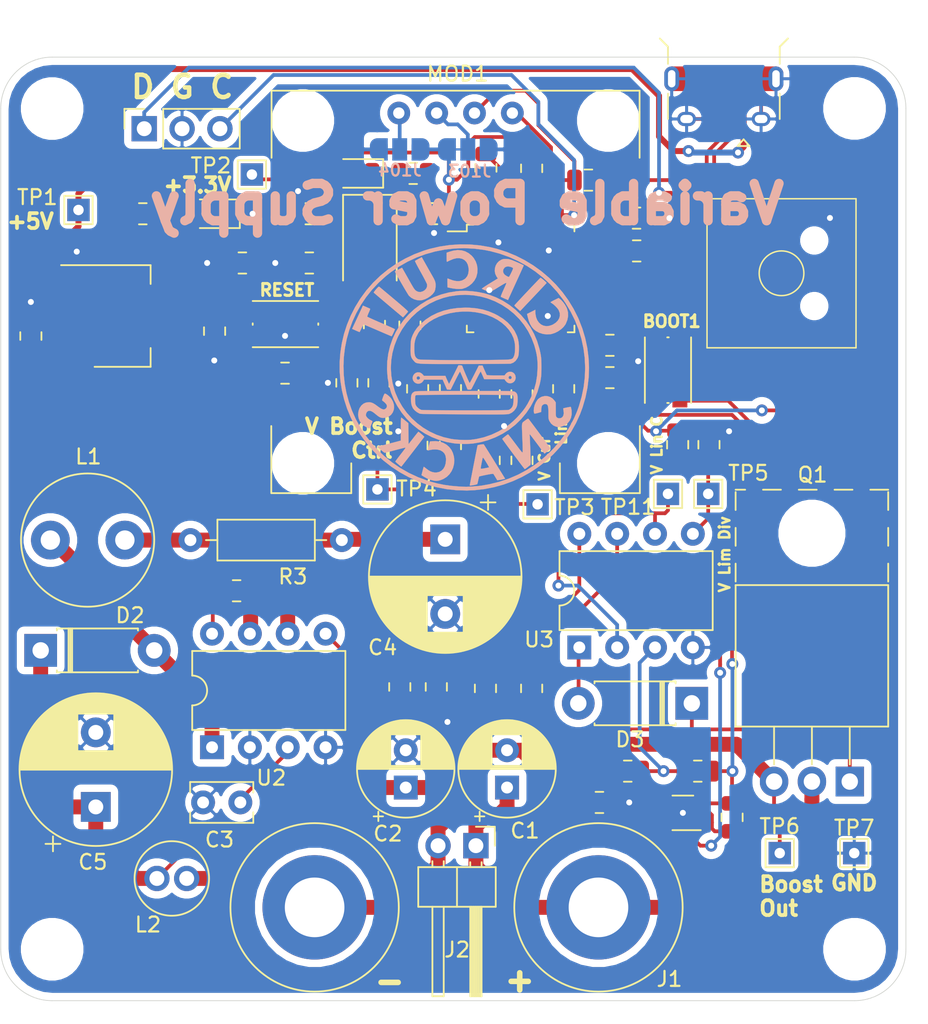
<source format=kicad_pcb>
(kicad_pcb (version 20171130) (host pcbnew "(5.1.5-0-10_14)")
  (layers (0 F.Cu signal) (31 B.Cu signal) (34 B.Paste user) (35 F.Paste user) (36 B.SilkS user) (37 F.SilkS user) (38 B.Mask user) (39 F.Mask user) (44 Edge.Cuts user))
  (net 0 "")
  (net 1 +5V)
  (net 2 "Net-(C3-Pad1)")
  (net 3 /Boost_out)
  (net 4 /V_negative_out)
  (net 5 +3V3)
  (net 6 /V_curr_lim)
  (net 7 /V_boost_ctrl)
  (net 8 "Net-(D2-Pad2)")
  (net 9 "Net-(L1-Pad1)")
  (net 10 /V_current_amplified)
  (net 11 /SDA)
  (net 12 /V_lin_ctrl)
  (net 13 /SCK)
  (net 14 /right)
  (net 15 /down)
  (net 16 /left)
  (net 17 /up)
  (net 18 /center)
  (net 19 /V_positive_out)
  (net 20 /Current_limit_divider)
  (net 21 /Voltage_limit_divider)
  (net 22 "Net-(C5-Pad1)")
  (net 23 "Net-(R102-Pad1)")
  (net 24 "Net-(R104-Pad2)")
  (net 25 "Net-(R106-Pad2)")
  (net 26 "Net-(R119-Pad2)")
  (net 27 "Net-(D3-Pad2)")
  (net 28 "Net-(D3-Pad1)")
  (net 29 "Net-(J101-Pad4)")
  (net 30 /D-)
  (net 31 /D+)
  (net 32 "Net-(C107-Pad1)")
  (net 33 "Net-(C108-Pad1)")
  (net 34 "Net-(C109-Pad1)")
  (net 35 "Net-(R101-Pad2)")
  (net 36 "Net-(R105-Pad1)")
  (net 37 "Net-(U103-Pad46)")
  (net 38 "Net-(U103-Pad45)")
  (net 39 "Net-(U103-Pad41)")
  (net 40 "Net-(U103-Pad40)")
  (net 41 "Net-(U103-Pad39)")
  (net 42 "Net-(U103-Pad38)")
  (net 43 "Net-(U103-Pad31)")
  (net 44 "Net-(U103-Pad30)")
  (net 45 "Net-(U103-Pad19)")
  (net 46 "Net-(U103-Pad17)")
  (net 47 "Net-(U103-Pad14)")
  (net 48 "Net-(U103-Pad4)")
  (net 49 "Net-(U103-Pad3)")
  (net 50 "Net-(R121-Pad1)")
  (net 51 GND)
  (net 52 "Net-(C113-Pad2)")
  (net 53 "Net-(U103-Pad15)")
  (net 54 /SWCLK)
  (net 55 /SWDIO)
  (net 56 "Net-(D101-Pad2)")
  (net 57 "Net-(J103-Pad2)")
  (net 58 "Net-(J104-Pad2)")
  (net 59 "Net-(R124-Pad2)")
  (net 60 "Net-(U103-Pad21)")
  (net 61 "Net-(U103-Pad22)")
  (net 62 "Net-(D102-Pad1)")
  (net 63 "Net-(R125-Pad1)")
  (net 64 /V_positive_out_div)
  (net 65 /V_negative_out_offset)
  (net 66 "Net-(U103-Pad10)")
  (module Resistor_SMD:R_0805_2012Metric (layer F.Cu) (at 75.6 76 180)
    (fp_text reference R118 hide)
    (fp_text value 130k)
    (pad 2 smd roundrect (at 0.9375 0 180) (size 0.975 1.4) (layers F.Cu F.Paste F.Mask) (net 65 /V_negative_out_offset))
    (pad 1 smd roundrect (at -0.9375 0 180) (size 0.975 1.4) (layers F.Cu F.Paste F.Mask) (net 5 +3V3))
  )
  (module powersupply:Logo (layer B.Cu) (at 60.1 49 180)
    (fp_text reference G*** hide)
    (fp_text value LOGO hide)
  )
  (module TestPoint:TestPoint_THTPad_1.5x1.5mm_Drill0.7mm (layer F.Cu) (at 73.6 57.4 180)
    (fp_text reference TP11 (at 2.675 -0.875) (layer F.SilkS))
    (fp_text value V_lin_ctrl)
    (pad 1 thru_hole rect (at 0 0 180) (size 1.5 1.5) (drill 0.7) (layers *.Cu *.Mask) (net 12 /V_lin_ctrl))
  )
  (module TestPoint:TestPoint_THTPad_1.5x1.5mm_Drill0.7mm (layer F.Cu) (at 86.1 81.5)
    (fp_text reference TP7 (at 0 -1.7) (layer F.SilkS))
    (fp_text value GND)
    (pad 1 thru_hole rect (at 0 0) (size 1.5 1.5) (drill 0.7) (layers *.Cu *.Mask) (net 51 GND))
  )
  (module TestPoint:TestPoint_THTPad_1.5x1.5mm_Drill0.7mm (layer F.Cu) (at 81.1 81.5)
    (fp_text reference TP6 (at 0 -1.8) (layer F.SilkS))
    (fp_text value Boost_out)
    (pad 1 thru_hole rect (at 0 0) (size 1.5 1.5) (drill 0.7) (layers *.Cu *.Mask) (net 3 /Boost_out))
  )
  (module TestPoint:TestPoint_THTPad_1.5x1.5mm_Drill0.7mm (layer F.Cu) (at 76.3 57.4)
    (fp_text reference TP5 (at 2.7 -1.4) (layer F.SilkS))
    (fp_text value Voltage_limit)
    (pad 1 thru_hole rect (at 0 0) (size 1.5 1.5) (drill 0.7) (layers *.Cu *.Mask) (net 21 /Voltage_limit_divider))
  )
  (module TestPoint:TestPoint_THTPad_1.5x1.5mm_Drill0.7mm (layer F.Cu) (at 54.1 57.1)
    (fp_text reference TP4 (at 2.625 -0.05) (layer F.SilkS))
    (fp_text value Boost_c)
    (pad 1 thru_hole rect (at 0 0) (size 1.5 1.5) (drill 0.7) (layers *.Cu *.Mask) (net 7 /V_boost_ctrl))
  )
  (module TestPoint:TestPoint_THTPad_1.5x1.5mm_Drill0.7mm (layer F.Cu) (at 64.85 58.1)
    (fp_text reference TP3 (at 2.475 0.2) (layer F.SilkS))
    (fp_text value Current_limit)
    (pad 1 thru_hole rect (at 0 0) (size 1.5 1.5) (drill 0.7) (layers *.Cu *.Mask) (net 6 /V_curr_lim))
  )
  (module TestPoint:TestPoint_THTPad_1.5x1.5mm_Drill0.7mm (layer F.Cu) (at 45.675 35.975 180)
    (fp_text reference TP2 (at 2.75 0.6) (layer F.SilkS))
    (fp_text value +3.3)
    (pad 1 thru_hole rect (at 0 0 180) (size 1.5 1.5) (drill 0.7) (layers *.Cu *.Mask) (net 5 +3V3))
  )
  (module TestPoint:TestPoint_THTPad_1.5x1.5mm_Drill0.7mm (layer F.Cu) (at 34.036 38.354)
    (fp_text reference TP1 (at -2.761 -0.854) (layer F.SilkS))
    (fp_text value +5)
    (pad 1 thru_hole rect (at 0 0) (size 1.5 1.5) (drill 0.7) (layers *.Cu *.Mask) (net 1 +5V))
  )
  (module powersupply:TFT_OLED_display (layer F.Cu) (at 59.345 43.85)
    (fp_text reference MOD1 (at 0.135 -14.63) (layer F.SilkS))
    (fp_text value TFT_OLED)
    (pad 1 thru_hole circle (at -3.81 -12) (size 1.524 1.524) (drill 0.762) (layers *.Cu *.Mask) (net 58 "Net-(J104-Pad2)"))
    (pad 2 thru_hole circle (at -1.27 -12) (size 1.524 1.524) (drill 0.762) (layers *.Cu *.Mask) (net 57 "Net-(J103-Pad2)"))
    (pad 3 thru_hole circle (at 1.27 -12) (size 1.524 1.524) (drill 0.762) (layers *.Cu *.Mask) (net 13 /SCK))
    (pad 4 thru_hole circle (at 3.81 -12) (size 1.524 1.524) (drill 0.762) (layers *.Cu *.Mask) (net 11 /SDA))
    (pad "" np_thru_hole circle (at 10.25 -11.5) (size 3.2 3.2) (drill 3.2) (layers *.Cu *.Mask))
    (pad "" np_thru_hole circle (at -10.25 -11.5) (size 3.2 3.2) (drill 3.2) (layers *.Cu *.Mask))
    (pad "" np_thru_hole circle (at 10.25 11.5 180) (size 3.2 3.2) (drill 3.2) (layers *.Cu *.Mask))
    (pad "" np_thru_hole circle (at -10.25 11.5 180) (size 3.2 3.2) (drill 3.2) (layers *.Cu *.Mask))
  )
  (module Resistor_SMD:R_0805_2012Metric (layer F.Cu) (at 56.5 35.9 180)
    (fp_text reference R125 hide)
    (fp_text value 4.99k)
    (pad 2 smd roundrect (at 0.9375 0 180) (size 0.975 1.4) (layers F.Cu F.Paste F.Mask) (net 62 "Net-(D102-Pad1)"))
    (pad 1 smd roundrect (at -0.9375 0 180) (size 0.975 1.4) (layers F.Cu F.Paste F.Mask) (net 63 "Net-(R125-Pad1)"))
  )
  (module LED_SMD:LED_0805_2012Metric (layer F.Cu) (at 52.8 35.9 180)
    (fp_text reference D102 hide)
    (fp_text value "C503B 2.1V")
    (pad 2 smd roundrect (at 0.9375 0 180) (size 0.975 1.4) (layers F.Cu F.Paste F.Mask) (net 5 +3V3))
    (pad 1 smd roundrect (at -0.9375 0 180) (size 0.975 1.4) (layers F.Cu F.Paste F.Mask) (net 62 "Net-(D102-Pad1)"))
  )
  (module Button_Switch_SMD:SW_Push_1P1T_NO_CK_KMR2 (layer F.Cu) (at 73.6 49.1 270)
    (fp_text reference SW3 hide)
    (fp_text value KMR2)
    (pad 2 smd rect (at 2.05 0.8 270) (size 0.9 1) (layers F.Cu F.Paste F.Mask) (net 59 "Net-(R124-Pad2)"))
    (pad 1 smd rect (at 2.05 -0.8 270) (size 0.9 1) (layers F.Cu F.Paste F.Mask) (net 5 +3V3))
    (pad 2 smd rect (at -2.05 0.8 270) (size 0.9 1) (layers F.Cu F.Paste F.Mask) (net 59 "Net-(R124-Pad2)"))
    (pad 1 smd rect (at -2.05 -0.8 270) (size 0.9 1) (layers F.Cu F.Paste F.Mask) (net 5 +3V3))
  )
  (module Package_TO_SOT_THT:TO-220-3_Horizontal_TabUp (layer F.Cu) (at 85.8 76.7 180)
    (fp_text reference Q1 (at 2.5 20.58) (layer F.SilkS))
    (fp_text value IRF9Z24NPBF)
    (pad 3 thru_hole oval (at 5.08 0 180) (size 1.905 2) (drill 1.1) (layers *.Cu *.Mask) (net 3 /Boost_out))
    (pad 2 thru_hole oval (at 2.54 0 180) (size 1.905 2) (drill 1.1) (layers *.Cu *.Mask) (net 19 /V_positive_out))
    (pad 1 thru_hole rect (at 0 0 180) (size 1.905 2) (drill 1.1) (layers *.Cu *.Mask) (net 28 "Net-(D3-Pad1)"))
    (pad "" np_thru_hole oval (at 2.54 16.66 180) (size 3.5 3.5) (drill 3.5) (layers *.Cu *.Mask))
  )
  (module Resistor_SMD:R_0805_2012Metric (layer F.Cu) (at 66.6 50.35 270)
    (fp_text reference R124 hide)
    (fp_text value 4.99k)
    (pad 1 smd roundrect (at -0.9375 0 270) (size 0.975 1.4) (layers F.Cu F.Paste F.Mask) (net 51 GND))
    (pad 2 smd roundrect (at 0.9375 0 270) (size 0.975 1.4) (layers F.Cu F.Paste F.Mask) (net 59 "Net-(R124-Pad2)"))
  )
  (module powersupply:directional_switch_10mm (layer F.Cu) (at 81.22 42.6 270)
    (fp_text reference SW2 hide)
    (fp_text value joystick-K1-1506DN-01)
    (pad 1 smd rect (at -5.9 -3.25 270) (size 1.6 1.3) (layers F.Cu F.Paste F.Mask) (net 51 GND))
    (pad 3 smd rect (at -5.9 3.25 270) (size 1.6 1.3) (layers F.Cu F.Paste F.Mask) (net 18 /center))
    (pad 4 smd rect (at 5.9 3.25 270) (size 1.6 1.3) (layers F.Cu F.Paste F.Mask) (net 17 /up))
    (pad 6 smd rect (at 5.9 -3.25 270) (size 1.6 1.3) (layers F.Cu F.Paste F.Mask) (net 15 /down))
    (pad 2 smd rect (at -5.9 -0.45 270) (size 1.6 1.3) (layers F.Cu F.Paste F.Mask) (net 14 /right))
    (pad 5 smd rect (at 5.9 -0.45 270) (size 1.6 1.3) (layers F.Cu F.Paste F.Mask) (net 16 /left))
    (pad "" np_thru_hole circle (at -2.2 -2.2 270) (size 0.9 0.9) (drill 0.9) (layers *.Cu *.Mask))
    (pad "" np_thru_hole circle (at 2.2 -2.2 270) (size 0.9 0.9) (drill 0.9) (layers *.Cu *.Mask))
  )
  (module Fiducial:Fiducial_0.75mm_Dia_1.5mm_Outer (layer F.Cu) (at 37 88)
    (fp_text reference TP9 hide)
    (fp_text value Fiducial)
    (pad ~ smd circle (at 0 0) (size 0.75 0.75) (layers F.Cu F.Mask) (clearance 0.375))
  )
  (module Fiducial:Fiducial_0.75mm_Dia_1.5mm_Outer (layer F.Cu) (at 35 35)
    (fp_text reference TP8 hide)
    (fp_text value Fiducial)
    (pad ~ smd circle (at 0 0) (size 0.75 0.75) (layers F.Cu F.Mask) (clearance 0.375))
  )
  (module Fiducial:Fiducial_0.75mm_Dia_1.5mm_Outer (layer F.Cu) (at 81 88)
    (fp_text reference TP10 hide)
    (fp_text value Fiducial)
    (pad ~ smd circle (at 0 0) (size 0.75 0.75) (layers F.Cu F.Mask) (clearance 0.375))
  )
  (module powersupply:Default_Jumper (layer B.Cu) (at 55.594 34.29)
    (fp_text reference J104 (at 0.016 1.39) (layer B.SilkS) (effects (font (size 0.8 0.8)) (justify mirror)))
    (fp_text value Default_Jumper)
    (fp_line (start -0.9 0) (end -0.4 0) (layer B.Cu) (width 0.15))
    (pad 3 smd roundrect (at 1.4 0 180) (size 1.2 1.5) (layers B.Cu B.Mask) (roundrect_rratio 0.417) (net 5 +3V3))
    (pad 3 smd rect (at 1.1 0 180) (size 0.6 1.5) (layers B.Cu B.Mask) (net 5 +3V3))
    (pad 2 smd rect (at 0 0) (size 1 1.5) (layers B.Cu B.Mask) (net 58 "Net-(J104-Pad2)"))
    (pad 1 smd rect (at -1.1 0) (size 0.6 1.5) (layers B.Cu B.Mask) (net 51 GND))
    (pad 1 smd roundrect (at -1.4 0) (size 1.2 1.5) (layers B.Cu B.Mask) (roundrect_rratio 0.417) (net 51 GND))
  )
  (module powersupply:Default_Jumper (layer B.Cu) (at 60.166 34.29)
    (fp_text reference J103 (at 0.114 1.46) (layer B.SilkS) (effects (font (size 0.8 0.8)) (justify mirror)))
    (fp_text value Default_Jumper)
    (fp_line (start -0.9 0) (end -0.4 0) (layer B.Cu) (width 0.15))
    (pad 3 smd roundrect (at 1.4 0 180) (size 1.2 1.5) (layers B.Cu B.Mask) (roundrect_rratio 0.417) (net 51 GND))
    (pad 3 smd rect (at 1.1 0 180) (size 0.6 1.5) (layers B.Cu B.Mask) (net 51 GND))
    (pad 2 smd rect (at 0 0) (size 1 1.5) (layers B.Cu B.Mask) (net 57 "Net-(J103-Pad2)"))
    (pad 1 smd rect (at -1.1 0) (size 0.6 1.5) (layers B.Cu B.Mask) (net 5 +3V3))
    (pad 1 smd roundrect (at -1.4 0) (size 1.2 1.5) (layers B.Cu B.Mask) (roundrect_rratio 0.417) (net 5 +3V3))
  )
  (module Capacitor_SMD:C_0805_2012Metric_Pad1.15x1.40mm_HandSolder (layer F.Cu) (at 47.9 49.3 180)
    (fp_text reference FB101 hide)
    (fp_text value ind)
    (pad 2 smd roundrect (at 1.025 0 180) (size 1.15 1.4) (layers F.Cu F.Paste F.Mask) (roundrect_rratio 0.217391) (net 5 +3V3))
    (pad 1 smd roundrect (at -1.025 0 180) (size 1.15 1.4) (layers F.Cu F.Paste F.Mask) (roundrect_rratio 0.217391) (net 52 "Net-(C113-Pad2)"))
  )
  (module LED_SMD:LED_0805_2012Metric (layer F.Cu) (at 43.18 38.608 180)
    (fp_text reference D101 hide)
    (fp_text value "C503B 2.1V")
    (pad 2 smd roundrect (at 0.9375 0 180) (size 0.975 1.4) (layers F.Cu F.Paste F.Mask) (net 56 "Net-(D101-Pad2)"))
    (pad 1 smd roundrect (at -0.9375 0 180) (size 0.975 1.4) (layers F.Cu F.Paste F.Mask) (net 51 GND))
  )
  (module Resistor_SMD:R_0805_2012Metric (layer F.Cu) (at 38.354 38.608)
    (fp_text reference R123 hide)
    (fp_text value 4.99k)
    (pad 2 smd roundrect (at 0.9375 0) (size 0.975 1.4) (layers F.Cu F.Paste F.Mask) (net 56 "Net-(D101-Pad2)"))
    (pad 1 smd roundrect (at -0.9375 0) (size 0.975 1.4) (layers F.Cu F.Paste F.Mask) (net 1 +5V))
  )
  (module Connector_PinSocket_2.54mm:PinSocket_1x03_P2.54mm_Vertical (layer F.Cu) (at 38.45 32.9 90)
    (fp_text reference J102 hide)
    (fp_text value Conn_01x03_Male)
    (pad 3 thru_hole oval (at 0 5.08 90) (size 1.7 1.7) (drill 1) (layers *.Cu *.Mask) (net 54 /SWCLK))
    (pad 2 thru_hole oval (at 0 2.54 90) (size 1.7 1.7) (drill 1) (layers *.Cu *.Mask) (net 51 GND))
    (pad 1 thru_hole rect (at 0 0 90) (size 1.7 1.7) (drill 1) (layers *.Cu *.Mask) (net 55 /SWDIO))
  )
  (module Resistor_SMD:R_0805_2012Metric (layer F.Cu) (at 69 78.1)
    (fp_text reference R122 hide)
    (fp_text value 0.1)
    (pad 2 smd roundrect (at 0.9375 0) (size 0.975 1.4) (layers F.Cu F.Paste F.Mask) (net 51 GND))
    (pad 1 smd roundrect (at -0.9375 0) (size 0.975 1.4) (layers F.Cu F.Paste F.Mask) (net 4 /V_negative_out))
  )
  (module Capacitor_SMD:C_0805_2012Metric (layer F.Cu) (at 69.7 49.6)
    (fp_text reference C115 hide)
    (fp_text value 10uF)
    (pad 2 smd roundrect (at 0.9375 0) (size 0.975 1.4) (layers F.Cu F.Paste F.Mask) (net 51 GND))
    (pad 1 smd roundrect (at -0.9375 0) (size 0.975 1.4) (layers F.Cu F.Paste F.Mask) (net 5 +3V3))
  )
  (module Resistor_SMD:R_0805_2012Metric (layer F.Cu) (at 61.38 35.53 270)
    (fp_text reference R121 hide)
    (fp_text value 10k)
    (pad 2 smd roundrect (at 0.9375 0 270) (size 0.975 1.4) (layers F.Cu F.Paste F.Mask) (net 51 GND))
    (pad 1 smd roundrect (at -0.9375 0 270) (size 0.975 1.4) (layers F.Cu F.Paste F.Mask) (net 50 "Net-(R121-Pad1)"))
  )
  (module Capacitor_SMD:C_0805_2012Metric (layer F.Cu) (at 56.28 46.09 270)
    (fp_text reference C113 hide)
    (fp_text value .1uF)
    (pad 2 smd roundrect (at 0.9375 0 270) (size 0.975 1.4) (layers F.Cu F.Paste F.Mask) (net 52 "Net-(C113-Pad2)"))
    (pad 1 smd roundrect (at -0.9375 0 270) (size 0.975 1.4) (layers F.Cu F.Paste F.Mask) (net 51 GND))
  )
  (module Capacitor_SMD:C_0805_2012Metric (layer F.Cu) (at 53.9 46.04 270)
    (fp_text reference C114 hide)
    (fp_text value 1uF)
    (pad 2 smd roundrect (at 0.9375 0 270) (size 0.975 1.4) (layers F.Cu F.Paste F.Mask) (net 52 "Net-(C113-Pad2)"))
    (pad 1 smd roundrect (at -0.9375 0 270) (size 0.975 1.4) (layers F.Cu F.Paste F.Mask) (net 51 GND))
  )
  (module Capacitor_SMD:C_0805_2012Metric (layer F.Cu) (at 57.8625 38.6)
    (fp_text reference C112 hide)
    (fp_text value .1uF)
    (pad 2 smd roundrect (at 0.9375 0) (size 0.975 1.4) (layers F.Cu F.Paste F.Mask) (net 5 +3V3))
    (pad 1 smd roundrect (at -0.9375 0) (size 0.975 1.4) (layers F.Cu F.Paste F.Mask) (net 51 GND))
  )
  (module Capacitor_SMD:C_0805_2012Metric (layer F.Cu) (at 71.49 38.9 180)
    (fp_text reference C111 hide)
    (fp_text value .1uF)
    (pad 2 smd roundrect (at 0.9375 0 180) (size 0.975 1.4) (layers F.Cu F.Paste F.Mask) (net 5 +3V3))
    (pad 1 smd roundrect (at -0.9375 0 180) (size 0.975 1.4) (layers F.Cu F.Paste F.Mask) (net 51 GND))
  )
  (module Capacitor_SMD:C_0805_2012Metric (layer F.Cu) (at 69.7 47.43)
    (fp_text reference C110 hide)
    (fp_text value .1uF)
    (pad 2 smd roundrect (at 0.9375 0) (size 0.975 1.4) (layers F.Cu F.Paste F.Mask) (net 51 GND))
    (pad 1 smd roundrect (at -0.9375 0) (size 0.975 1.4) (layers F.Cu F.Paste F.Mask) (net 5 +3V3))
  )
  (module Crystal:Crystal_SMD_5032-2Pin_5.0x3.2mm (layer F.Cu) (at 53.594 40.386 270)
    (fp_text reference Y101 hide)
    (fp_text value 8MHz)
    (pad 2 smd rect (at 1.85 0 270) (size 2 2.4) (layers F.Cu F.Paste F.Mask) (net 34 "Net-(C109-Pad1)"))
    (pad 1 smd rect (at -1.85 0 270) (size 2 2.4) (layers F.Cu F.Paste F.Mask) (net 33 "Net-(C108-Pad1)"))
  )
  (module Button_Switch_SMD:SW_Push_1P1T_NO_CK_KMR2 (layer F.Cu) (at 47.93 46.01 180)
    (fp_text reference SW1 hide)
    (fp_text value KMR2)
    (pad 2 smd rect (at 2.05 0.8 270) (size 0.9 1) (layers F.Cu F.Paste F.Mask) (net 32 "Net-(C107-Pad1)"))
    (pad 1 smd rect (at 2.05 -0.8 270) (size 0.9 1) (layers F.Cu F.Paste F.Mask) (net 51 GND))
    (pad 2 smd rect (at -2.05 0.8 270) (size 0.9 1) (layers F.Cu F.Paste F.Mask) (net 32 "Net-(C107-Pad1)"))
    (pad 1 smd rect (at -2.05 -0.8 270) (size 0.9 1) (layers F.Cu F.Paste F.Mask) (net 51 GND))
  )
  (module Resistor_SMD:R_0805_2012Metric (layer F.Cu) (at 71.5 41.1 180)
    (fp_text reference R120 hide)
    (fp_text value 1.5k)
    (pad 2 smd roundrect (at 0.9375 0 180) (size 0.975 1.4) (layers F.Cu F.Paste F.Mask) (net 31 /D+))
    (pad 1 smd roundrect (at -0.9375 0 180) (size 0.975 1.4) (layers F.Cu F.Paste F.Mask) (net 5 +3V3))
  )
  (module Resistor_SMD:R_0805_2012Metric (layer F.Cu) (at 63.8 50.7 90)
    (fp_text reference R112 hide)
    (fp_text value 18.2k)
    (pad 2 smd roundrect (at 0.9375 0 90) (size 0.975 1.4) (layers F.Cu F.Paste F.Mask) (net 64 /V_positive_out_div))
    (pad 1 smd roundrect (at -0.9375 0 90) (size 0.975 1.4) (layers F.Cu F.Paste F.Mask) (net 19 /V_positive_out))
  )
  (module Resistor_SMD:R_0805_2012Metric (layer F.Cu) (at 61.6 50.7 270)
    (fp_text reference R111 hide)
    (fp_text value 3.6k)
    (pad 2 smd roundrect (at 0.9375 0 270) (size 0.975 1.4) (layers F.Cu F.Paste F.Mask) (net 51 GND))
    (pad 1 smd roundrect (at -0.9375 0 270) (size 0.975 1.4) (layers F.Cu F.Paste F.Mask) (net 64 /V_positive_out_div))
  )
  (module Resistor_SMD:R_0805_2012Metric (layer F.Cu) (at 59 50.35 270)
    (fp_text reference R105 hide)
    (fp_text value 1k)
    (pad 2 smd roundrect (at 0.9375 0 270) (size 0.975 1.4) (layers F.Cu F.Paste F.Mask) (net 6 /V_curr_lim))
    (pad 1 smd roundrect (at -0.9375 0 270) (size 0.975 1.4) (layers F.Cu F.Paste F.Mask) (net 36 "Net-(R105-Pad1)"))
  )
  (module Resistor_SMD:R_0805_2012Metric (layer F.Cu) (at 61.6 55.15 90)
    (fp_text reference R104 hide)
    (fp_text value 1k)
    (pad 2 smd roundrect (at 0.9375 0 90) (size 0.975 1.4) (layers F.Cu F.Paste F.Mask) (net 24 "Net-(R104-Pad2)"))
    (pad 1 smd roundrect (at -0.9375 0 90) (size 0.975 1.4) (layers F.Cu F.Paste F.Mask) (net 12 /V_lin_ctrl))
  )
  (module Resistor_SMD:R_0805_2012Metric (layer F.Cu) (at 54.2 49.95 90)
    (fp_text reference R101 hide)
    (fp_text value 1k)
    (pad 2 smd roundrect (at 0.9375 0 90) (size 0.975 1.4) (layers F.Cu F.Paste F.Mask) (net 35 "Net-(R101-Pad2)"))
    (pad 1 smd roundrect (at -0.9375 0 90) (size 0.975 1.4) (layers F.Cu F.Paste F.Mask) (net 7 /V_boost_ctrl))
  )
  (module Capacitor_SMD:C_0805_2012Metric (layer F.Cu) (at 49.53 41.91 180)
    (fp_text reference C109 hide)
    (fp_text value 15pF)
    (pad 2 smd roundrect (at 0.9375 0 180) (size 0.975 1.4) (layers F.Cu F.Paste F.Mask) (net 51 GND))
    (pad 1 smd roundrect (at -0.9375 0 180) (size 0.975 1.4) (layers F.Cu F.Paste F.Mask) (net 34 "Net-(C109-Pad1)"))
  )
  (module Capacitor_SMD:C_0805_2012Metric (layer F.Cu) (at 49.53 38.608 180)
    (fp_text reference C108 hide)
    (fp_text value 15pF)
    (pad 2 smd roundrect (at 0.9375 0 180) (size 0.975 1.4) (layers F.Cu F.Paste F.Mask) (net 51 GND))
    (pad 1 smd roundrect (at -0.9375 0 180) (size 0.975 1.4) (layers F.Cu F.Paste F.Mask) (net 33 "Net-(C108-Pad1)"))
  )
  (module Capacitor_SMD:C_0805_2012Metric (layer F.Cu) (at 45.0365 41.91 180)
    (fp_text reference C107 hide)
    (fp_text value ".1 uF")
    (pad 2 smd roundrect (at 0.9375 0 180) (size 0.975 1.4) (layers F.Cu F.Paste F.Mask) (net 51 GND))
    (pad 1 smd roundrect (at -0.9375 0 180) (size 0.975 1.4) (layers F.Cu F.Paste F.Mask) (net 32 "Net-(C107-Pad1)"))
  )
  (module Capacitor_SMD:C_0805_2012Metric (layer F.Cu) (at 52.05 49.95 90)
    (fp_text reference C106 hide)
    (fp_text value 15uF)
    (pad 2 smd roundrect (at 0.9375 0 90) (size 0.975 1.4) (layers F.Cu F.Paste F.Mask) (net 51 GND))
    (pad 1 smd roundrect (at -0.9375 0 90) (size 0.975 1.4) (layers F.Cu F.Paste F.Mask) (net 7 /V_boost_ctrl))
  )
  (module Capacitor_SMD:C_0805_2012Metric (layer F.Cu) (at 56.8 50.35 90)
    (fp_text reference C104 hide)
    (fp_text value 15uF)
    (pad 2 smd roundrect (at 0.9375 0 90) (size 0.975 1.4) (layers F.Cu F.Paste F.Mask) (net 51 GND))
    (pad 1 smd roundrect (at -0.9375 0 90) (size 0.975 1.4) (layers F.Cu F.Paste F.Mask) (net 6 /V_curr_lim))
  )
  (module Capacitor_SMD:C_0805_2012Metric (layer F.Cu) (at 63.8 55.15 90)
    (fp_text reference C103 hide)
    (fp_text value 15uF)
    (pad 2 smd roundrect (at 0.9375 0 90) (size 0.975 1.4) (layers F.Cu F.Paste F.Mask) (net 51 GND))
    (pad 1 smd roundrect (at -0.9375 0 90) (size 0.975 1.4) (layers F.Cu F.Paste F.Mask) (net 12 /V_lin_ctrl))
  )
  (module Package_QFP:LQFP-48_7x7mm_P0.5mm (layer F.Cu) (at 63.71 42.95)
    (fp_text reference U103 hide)
    (fp_text value STM32F103C8T6)
    (pad 48 smd roundrect (at -2.75 -4.1625) (size 0.3 1.475) (layers F.Cu F.Paste F.Mask) (net 5 +3V3))
    (pad 47 smd roundrect (at -2.25 -4.1625) (size 0.3 1.475) (layers F.Cu F.Paste F.Mask) (net 51 GND))
    (pad 46 smd roundrect (at -1.75 -4.1625) (size 0.3 1.475) (layers F.Cu F.Paste F.Mask) (net 37 "Net-(U103-Pad46)"))
    (pad 45 smd roundrect (at -1.25 -4.1625) (size 0.3 1.475) (layers F.Cu F.Paste F.Mask) (net 38 "Net-(U103-Pad45)"))
    (pad 44 smd roundrect (at -0.75 -4.1625) (size 0.3 1.475) (layers F.Cu F.Paste F.Mask) (net 50 "Net-(R121-Pad1)"))
    (pad 43 smd roundrect (at -0.25 -4.1625) (size 0.3 1.475) (layers F.Cu F.Paste F.Mask) (net 11 /SDA))
    (pad 42 smd roundrect (at 0.25 -4.1625) (size 0.3 1.475) (layers F.Cu F.Paste F.Mask) (net 13 /SCK))
    (pad 41 smd roundrect (at 0.75 -4.1625) (size 0.3 1.475) (layers F.Cu F.Paste F.Mask) (net 39 "Net-(U103-Pad41)"))
    (pad 40 smd roundrect (at 1.25 -4.1625) (size 0.3 1.475) (layers F.Cu F.Paste F.Mask) (net 40 "Net-(U103-Pad40)"))
    (pad 39 smd roundrect (at 1.75 -4.1625) (size 0.3 1.475) (layers F.Cu F.Paste F.Mask) (net 41 "Net-(U103-Pad39)"))
    (pad 38 smd roundrect (at 2.25 -4.1625) (size 0.3 1.475) (layers F.Cu F.Paste F.Mask) (net 42 "Net-(U103-Pad38)"))
    (pad 37 smd roundrect (at 2.75 -4.1625) (size 0.3 1.475) (layers F.Cu F.Paste F.Mask) (net 54 /SWCLK))
    (pad 36 smd roundrect (at 4.1625 -2.75) (size 1.475 0.3) (layers F.Cu F.Paste F.Mask) (net 5 +3V3))
    (pad 35 smd roundrect (at 4.1625 -2.25) (size 1.475 0.3) (layers F.Cu F.Paste F.Mask) (net 51 GND))
    (pad 34 smd roundrect (at 4.1625 -1.75) (size 1.475 0.3) (layers F.Cu F.Paste F.Mask) (net 55 /SWDIO))
    (pad 33 smd roundrect (at 4.1625 -1.25) (size 1.475 0.3) (layers F.Cu F.Paste F.Mask) (net 31 /D+))
    (pad 32 smd roundrect (at 4.1625 -0.75) (size 1.475 0.3) (layers F.Cu F.Paste F.Mask) (net 30 /D-))
    (pad 31 smd roundrect (at 4.1625 -0.25) (size 1.475 0.3) (layers F.Cu F.Paste F.Mask) (net 43 "Net-(U103-Pad31)"))
    (pad 30 smd roundrect (at 4.1625 0.25) (size 1.475 0.3) (layers F.Cu F.Paste F.Mask) (net 44 "Net-(U103-Pad30)"))
    (pad 29 smd roundrect (at 4.1625 0.75) (size 1.475 0.3) (layers F.Cu F.Paste F.Mask) (net 18 /center))
    (pad 28 smd roundrect (at 4.1625 1.25) (size 1.475 0.3) (layers F.Cu F.Paste F.Mask) (net 14 /right))
    (pad 27 smd roundrect (at 4.1625 1.75) (size 1.475 0.3) (layers F.Cu F.Paste F.Mask) (net 15 /down))
    (pad 26 smd roundrect (at 4.1625 2.25) (size 1.475 0.3) (layers F.Cu F.Paste F.Mask) (net 16 /left))
    (pad 25 smd roundrect (at 4.1625 2.75) (size 1.475 0.3) (layers F.Cu F.Paste F.Mask) (net 17 /up))
    (pad 24 smd roundrect (at 2.75 4.1625) (size 0.3 1.475) (layers F.Cu F.Paste F.Mask) (net 5 +3V3))
    (pad 23 smd roundrect (at 2.25 4.1625) (size 0.3 1.475) (layers F.Cu F.Paste F.Mask) (net 51 GND))
    (pad 22 smd roundrect (at 1.75 4.1625) (size 0.3 1.475) (layers F.Cu F.Paste F.Mask) (net 61 "Net-(U103-Pad22)"))
    (pad 21 smd roundrect (at 1.25 4.1625) (size 0.3 1.475) (layers F.Cu F.Paste F.Mask) (net 60 "Net-(U103-Pad21)"))
    (pad 20 smd roundrect (at 0.75 4.1625) (size 0.3 1.475) (layers F.Cu F.Paste F.Mask) (net 59 "Net-(R124-Pad2)"))
    (pad 19 smd roundrect (at 0.25 4.1625) (size 0.3 1.475) (layers F.Cu F.Paste F.Mask) (net 45 "Net-(U103-Pad19)"))
    (pad 18 smd roundrect (at -0.25 4.1625) (size 0.3 1.475) (layers F.Cu F.Paste F.Mask) (net 10 /V_current_amplified))
    (pad 17 smd roundrect (at -0.75 4.1625) (size 0.3 1.475) (layers F.Cu F.Paste F.Mask) (net 46 "Net-(U103-Pad17)"))
    (pad 16 smd roundrect (at -1.25 4.1625) (size 0.3 1.475) (layers F.Cu F.Paste F.Mask) (net 64 /V_positive_out_div))
    (pad 15 smd roundrect (at -1.75 4.1625) (size 0.3 1.475) (layers F.Cu F.Paste F.Mask) (net 53 "Net-(U103-Pad15)"))
    (pad 14 smd roundrect (at -2.25 4.1625) (size 0.3 1.475) (layers F.Cu F.Paste F.Mask) (net 47 "Net-(U103-Pad14)"))
    (pad 13 smd roundrect (at -2.75 4.1625) (size 0.3 1.475) (layers F.Cu F.Paste F.Mask) (net 24 "Net-(R104-Pad2)"))
    (pad 12 smd roundrect (at -4.1625 2.75) (size 1.475 0.3) (layers F.Cu F.Paste F.Mask) (net 36 "Net-(R105-Pad1)"))
    (pad 11 smd roundrect (at -4.1625 2.25) (size 1.475 0.3) (layers F.Cu F.Paste F.Mask) (net 35 "Net-(R101-Pad2)"))
    (pad 10 smd roundrect (at -4.1625 1.75) (size 1.475 0.3) (layers F.Cu F.Paste F.Mask) (net 66 "Net-(U103-Pad10)"))
    (pad 9 smd roundrect (at -4.1625 1.25) (size 1.475 0.3) (layers F.Cu F.Paste F.Mask) (net 52 "Net-(C113-Pad2)"))
    (pad 8 smd roundrect (at -4.1625 0.75) (size 1.475 0.3) (layers F.Cu F.Paste F.Mask) (net 51 GND))
    (pad 7 smd roundrect (at -4.1625 0.25) (size 1.475 0.3) (layers F.Cu F.Paste F.Mask) (net 32 "Net-(C107-Pad1)"))
    (pad 6 smd roundrect (at -4.1625 -0.25) (size 1.475 0.3) (layers F.Cu F.Paste F.Mask) (net 34 "Net-(C109-Pad1)"))
    (pad 5 smd roundrect (at -4.1625 -0.75) (size 1.475 0.3) (layers F.Cu F.Paste F.Mask) (net 33 "Net-(C108-Pad1)"))
    (pad 4 smd roundrect (at -4.1625 -1.25) (size 1.475 0.3) (layers F.Cu F.Paste F.Mask) (net 48 "Net-(U103-Pad4)"))
    (pad 3 smd roundrect (at -4.1625 -1.75) (size 1.475 0.3) (layers F.Cu F.Paste F.Mask) (net 49 "Net-(U103-Pad3)"))
    (pad 2 smd roundrect (at -4.1625 -2.25) (size 1.475 0.3) (layers F.Cu F.Paste F.Mask) (net 63 "Net-(R125-Pad1)"))
    (pad 1 smd roundrect (at -4.1625 -2.75) (size 1.475 0.3) (layers F.Cu F.Paste F.Mask) (net 5 +3V3))
  )
  (module Capacitor_THT:CP_Radial_D6.3mm_P2.50mm (layer F.Cu) (at 62.8 77.1 90)
    (fp_text reference C1 (at -2.9 1.2 180) (layer F.SilkS))
    (fp_text value 100uF)
    (pad 2 thru_hole circle (at 2.5 0 90) (size 1.6 1.6) (drill 0.8) (layers *.Cu *.Mask) (net 4 /V_negative_out))
    (pad 1 thru_hole rect (at 0 0 90) (size 1.6 1.6) (drill 0.8) (layers *.Cu *.Mask) (net 19 /V_positive_out))
  )
  (module Capacitor_THT:CP_Radial_D10.0mm_P5.00mm (layer F.Cu) (at 35.2 78.4 90)
    (fp_text reference C5 (at -3.7 -0.2 180) (layer F.SilkS))
    (fp_text value 470uF)
    (pad 2 thru_hole circle (at 5 0 90) (size 2 2) (drill 1) (layers *.Cu *.Mask) (net 51 GND))
    (pad 1 thru_hole rect (at 0 0 90) (size 2 2) (drill 1) (layers *.Cu *.Mask) (net 22 "Net-(C5-Pad1)"))
  )
  (module Capacitor_THT:CP_Radial_D10.0mm_P5.00mm (layer F.Cu) (at 58.65 60.45 270)
    (fp_text reference C4 (at 7.25 4.2 180) (layer F.SilkS))
    (fp_text value 470uF)
    (pad 2 thru_hole circle (at 5 0 270) (size 2 2) (drill 1) (layers *.Cu *.Mask) (net 51 GND))
    (pad 1 thru_hole rect (at 0 0 270) (size 2 2) (drill 1) (layers *.Cu *.Mask) (net 1 +5V))
  )
  (module MountingHole:MountingHole_3.2mm_M3 (layer F.Cu) (at 32.27 31.55)
    (fp_text reference H4 hide)
    (fp_text value M4)
    (pad 1 np_thru_hole circle (at 0 0) (size 3.2 3.2) (drill 3.2) (layers *.Cu *.Mask))
  )
  (module Capacitor_SMD:C_0805_2012Metric (layer F.Cu) (at 77.9 79.1 270)
    (fp_text reference C105 hide)
    (fp_text value .1uF)
    (pad 2 smd roundrect (at 0.9375 0 270) (size 0.975 1.4) (layers F.Cu F.Paste F.Mask) (net 51 GND))
    (pad 1 smd roundrect (at -0.9375 0 270) (size 0.975 1.4) (layers F.Cu F.Paste F.Mask) (net 5 +3V3))
  )
  (module Package_DIP:DIP-8_W7.62mm (layer F.Cu) (at 67.65 67.7 90)
    (fp_text reference U3 (at 0.525 -2.7) (layer F.SilkS))
    (fp_text value LM358P)
    (pad 8 thru_hole oval (at 7.62 0 90) (size 1.6 1.6) (drill 0.8) (layers *.Cu *.Mask) (net 3 /Boost_out))
    (pad 4 thru_hole oval (at 0 7.62 90) (size 1.6 1.6) (drill 0.8) (layers *.Cu *.Mask) (net 51 GND))
    (pad 7 thru_hole oval (at 7.62 2.54 90) (size 1.6 1.6) (drill 0.8) (layers *.Cu *.Mask) (net 26 "Net-(R119-Pad2)"))
    (pad 3 thru_hole oval (at 0 5.08 90) (size 1.6 1.6) (drill 0.8) (layers *.Cu *.Mask) (net 65 /V_negative_out_offset))
    (pad 6 thru_hole oval (at 7.62 5.08 90) (size 1.6 1.6) (drill 0.8) (layers *.Cu *.Mask) (net 12 /V_lin_ctrl))
    (pad 2 thru_hole oval (at 0 2.54 90) (size 1.6 1.6) (drill 0.8) (layers *.Cu *.Mask) (net 20 /Current_limit_divider))
    (pad 5 thru_hole oval (at 7.62 7.62 90) (size 1.6 1.6) (drill 0.8) (layers *.Cu *.Mask) (net 21 /Voltage_limit_divider))
    (pad 1 thru_hole rect (at 0 0 90) (size 1.6 1.6) (drill 0.8) (layers *.Cu *.Mask) (net 27 "Net-(D3-Pad2)"))
  )
  (module Package_TO_SOT_SMD:SOT-363_SC-70-6 (layer F.Cu) (at 74.6 78.8 180)
    (fp_text reference U102 hide)
    (fp_text value INA199A1)
    (pad 6 smd rect (at 0.95 -0.65 180) (size 0.65 0.4) (layers F.Cu F.Paste F.Mask) (net 10 /V_current_amplified))
    (pad 4 smd rect (at 0.95 0.65 180) (size 0.65 0.4) (layers F.Cu F.Paste F.Mask) (net 65 /V_negative_out_offset))
    (pad 2 smd rect (at -0.95 0 180) (size 0.65 0.4) (layers F.Cu F.Paste F.Mask) (net 51 GND))
    (pad 5 smd rect (at 0.95 0 180) (size 0.65 0.4) (layers F.Cu F.Paste F.Mask) (net 51 GND))
    (pad 3 smd rect (at -0.95 0.65 180) (size 0.65 0.4) (layers F.Cu F.Paste F.Mask) (net 5 +3V3))
    (pad 1 smd rect (at -0.95 -0.65 180) (size 0.65 0.4) (layers F.Cu F.Paste F.Mask) (net 51 GND))
  )
  (module Package_DIP:DIP-8_W7.62mm (layer F.Cu) (at 43 74.4 90)
    (fp_text reference U2 (at -2.05 3.975 180) (layer F.SilkS))
    (fp_text value MC33063AP1)
    (pad 8 thru_hole oval (at 7.62 0 90) (size 1.6 1.6) (drill 0.8) (layers *.Cu *.Mask) (net 23 "Net-(R102-Pad1)"))
    (pad 4 thru_hole oval (at 0 7.62 90) (size 1.6 1.6) (drill 0.8) (layers *.Cu *.Mask) (net 51 GND))
    (pad 7 thru_hole oval (at 7.62 2.54 90) (size 1.6 1.6) (drill 0.8) (layers *.Cu *.Mask) (net 9 "Net-(L1-Pad1)"))
    (pad 3 thru_hole oval (at 0 5.08 90) (size 1.6 1.6) (drill 0.8) (layers *.Cu *.Mask) (net 2 "Net-(C3-Pad1)"))
    (pad 6 thru_hole oval (at 7.62 5.08 90) (size 1.6 1.6) (drill 0.8) (layers *.Cu *.Mask) (net 1 +5V))
    (pad 2 thru_hole oval (at 0 2.54 90) (size 1.6 1.6) (drill 0.8) (layers *.Cu *.Mask) (net 51 GND))
    (pad 5 thru_hole oval (at 7.62 7.62 90) (size 1.6 1.6) (drill 0.8) (layers *.Cu *.Mask) (net 25 "Net-(R106-Pad2)"))
    (pad 1 thru_hole rect (at 0 0 90) (size 1.6 1.6) (drill 0.8) (layers *.Cu *.Mask) (net 8 "Net-(D2-Pad2)"))
  )
  (module Resistor_SMD:R_0805_2012Metric (layer F.Cu) (at 74.25 54.1 270)
    (fp_text reference R116 hide)
    (fp_text value 5.76k)
    (pad 2 smd roundrect (at 0.9375 0 270) (size 0.975 1.4) (layers F.Cu F.Paste F.Mask) (net 21 /Voltage_limit_divider))
    (pad 1 smd roundrect (at -0.9375 0 270) (size 0.975 1.4) (layers F.Cu F.Paste F.Mask) (net 19 /V_positive_out))
  )
  (module Resistor_SMD:R_0805_2012Metric (layer F.Cu) (at 76.35 54.1 90)
    (fp_text reference R115 hide)
    (fp_text value 1k)
    (pad 2 smd roundrect (at 0.9375 0 90) (size 0.975 1.4) (layers F.Cu F.Paste F.Mask) (net 51 GND))
    (pad 1 smd roundrect (at -0.9375 0 90) (size 0.975 1.4) (layers F.Cu F.Paste F.Mask) (net 21 /Voltage_limit_divider))
  )
  (module Resistor_SMD:R_0805_2012Metric (layer F.Cu) (at 64.45 70.45 90)
    (fp_text reference R119 hide)
    (fp_text value 3k)
    (pad 2 smd roundrect (at 0.9375 0 90) (size 0.975 1.4) (layers F.Cu F.Paste F.Mask) (net 26 "Net-(R119-Pad2)"))
    (pad 1 smd roundrect (at -0.9375 0 90) (size 0.975 1.4) (layers F.Cu F.Paste F.Mask) (net 28 "Net-(D3-Pad1)"))
  )
  (module Resistor_SMD:R_0805_2012Metric (layer F.Cu) (at 56.75 54.15 90)
    (fp_text reference R114 hide)
    (fp_text value 100)
    (pad 2 smd roundrect (at 0.9375 0 90) (size 0.975 1.4) (layers F.Cu F.Paste F.Mask) (net 51 GND))
    (pad 1 smd roundrect (at -0.9375 0 90) (size 0.975 1.4) (layers F.Cu F.Paste F.Mask) (net 20 /Current_limit_divider))
  )
  (module Resistor_SMD:R_0805_2012Metric (layer F.Cu) (at 59 54.15 270)
    (fp_text reference R113 hide)
    (fp_text value 15k)
    (pad 2 smd roundrect (at 0.9375 0 270) (size 0.975 1.4) (layers F.Cu F.Paste F.Mask) (net 20 /Current_limit_divider))
    (pad 1 smd roundrect (at -0.9375 0 270) (size 0.975 1.4) (layers F.Cu F.Paste F.Mask) (net 6 /V_curr_lim))
  )
  (module Resistor_SMD:R_0805_2012Metric (layer F.Cu) (at 70.9 76 180)
    (fp_text reference R117 hide)
    (fp_text value 100)
    (pad 2 smd roundrect (at 0.9375 0 180) (size 0.975 1.4) (layers F.Cu F.Paste F.Mask) (net 4 /V_negative_out))
    (pad 1 smd roundrect (at -0.9375 0 180) (size 0.975 1.4) (layers F.Cu F.Paste F.Mask) (net 65 /V_negative_out_offset))
  )
  (module Resistor_SMD:R_0805_2012Metric (layer F.Cu) (at 55.6 70.35 270)
    (fp_text reference R108 hide)
    (fp_text value 10k)
    (pad 2 smd roundrect (at 0.9375 0 270) (size 0.975 1.4) (layers F.Cu F.Paste F.Mask) (net 22 "Net-(C5-Pad1)"))
    (pad 1 smd roundrect (at -0.9375 0 270) (size 0.975 1.4) (layers F.Cu F.Paste F.Mask) (net 25 "Net-(R106-Pad2)"))
  )
  (module Resistor_SMD:R_0805_2012Metric (layer F.Cu) (at 58.052796 70.348768 270)
    (fp_text reference R107 hide)
    (fp_text value 910)
    (pad 2 smd roundrect (at 0.9375 0 270) (size 0.975 1.4) (layers F.Cu F.Paste F.Mask) (net 51 GND))
    (pad 1 smd roundrect (at -0.9375 0 270) (size 0.975 1.4) (layers F.Cu F.Paste F.Mask) (net 25 "Net-(R106-Pad2)"))
  )
  (module Resistor_SMD:R_0805_2012Metric (layer F.Cu) (at 61.35 70.45 270)
    (fp_text reference R106 hide)
    (fp_text value 1.6k)
    (pad 2 smd roundrect (at 0.9375 0 270) (size 0.975 1.4) (layers F.Cu F.Paste F.Mask) (net 25 "Net-(R106-Pad2)"))
    (pad 1 smd roundrect (at -0.9375 0 270) (size 0.975 1.4) (layers F.Cu F.Paste F.Mask) (net 7 /V_boost_ctrl))
  )
  (module Resistor_SMD:R_0805_2012Metric (layer F.Cu) (at 44.65 63.9)
    (fp_text reference R102 hide)
    (fp_text value 180)
    (pad 2 smd roundrect (at 0.9375 0) (size 0.975 1.4) (layers F.Cu F.Paste F.Mask) (net 9 "Net-(L1-Pad1)"))
    (pad 1 smd roundrect (at -0.9375 0) (size 0.975 1.4) (layers F.Cu F.Paste F.Mask) (net 23 "Net-(R102-Pad1)"))
  )
  (module powersupply:11R102C_Inductor (layer F.Cu) (at 40.3 83.2)
    (fp_text reference L2 (at -1.6 3.1) (layer F.SilkS))
    (fp_text value 1uH)
    (pad 2 thru_hole circle (at 1 0) (size 1.7 1.7) (drill 1) (layers *.Cu *.Mask) (net 3 /Boost_out))
    (pad 1 thru_hole circle (at -1 0) (size 1.7 1.7) (drill 1) (layers *.Cu *.Mask) (net 22 "Net-(C5-Pad1)"))
  )
  (module Connector_PinHeader_2.54mm:PinHeader_1x02_P2.54mm_Horizontal (layer F.Cu) (at 60.71 81 270)
    (fp_text reference J2 (at 6.98 1.26 180) (layer F.SilkS))
    (fp_text value 1x2)
    (pad 2 thru_hole oval (at 0 2.54 270) (size 1.7 1.7) (drill 1) (layers *.Cu *.Mask) (net 4 /V_negative_out))
    (pad 1 thru_hole rect (at 0 0 270) (size 1.7 1.7) (drill 1) (layers *.Cu *.Mask) (net 19 /V_positive_out))
  )
  (module Capacitor_THT:CP_Radial_D6.3mm_P2.50mm (layer F.Cu) (at 56 77.1 90)
    (fp_text reference C2 (at -3.1 -1.2) (layer F.SilkS))
    (fp_text value 100uF)
    (pad 2 thru_hole circle (at 2.5 0 90) (size 1.6 1.6) (drill 0.8) (layers *.Cu *.Mask) (net 51 GND))
    (pad 1 thru_hole rect (at 0 0 90) (size 1.6 1.6) (drill 0.8) (layers *.Cu *.Mask) (net 3 /Boost_out))
  )
  (module Inductor_THT:L_Radial_D8.7mm_P5.00mm_Fastron_07HCP (layer F.Cu) (at 37.15 60.5 180)
    (fp_text reference L1 (at 2.45 5.6) (layer F.SilkS))
    (fp_text value 47uH)
    (pad 2 thru_hole circle (at 5 0 180) (size 2.6 2.6) (drill 1.3) (layers *.Cu *.Mask) (net 8 "Net-(D2-Pad2)"))
    (pad 1 thru_hole circle (at 0 0 180) (size 2.6 2.6) (drill 1.3) (layers *.Cu *.Mask) (net 9 "Net-(L1-Pad1)"))
  )
  (module MountingHole:MountingHole_3.2mm_M3 (layer F.Cu) (at 86.12 87.95)
    (fp_text reference H3 hide)
    (fp_text value M4)
    (pad 1 np_thru_hole circle (at 0 0) (size 3.2 3.2) (drill 3.2) (layers *.Cu *.Mask))
  )
  (module MountingHole:MountingHole_3.2mm_M3 (layer F.Cu) (at 86.12 31.54)
    (fp_text reference H2 hide)
    (fp_text value M4)
    (pad 1 np_thru_hole circle (at 0 0) (size 3.2 3.2) (drill 3.2) (layers *.Cu *.Mask))
  )
  (module MountingHole:MountingHole_3.2mm_M3 (layer F.Cu) (at 32.27 87.95)
    (fp_text reference H1 hide)
    (fp_text value M4)
    (pad 1 np_thru_hole circle (at 0 0) (size 3.2 3.2) (drill 3.2) (layers *.Cu *.Mask))
  )
  (module "powersupply:Banana Sockets" (layer F.Cu) (at 59.41 85.14)
    (fp_text reference J1 (at 14.29 4.81) (layer F.SilkS))
    (fp_text value 1x2)
    (pad 2 thru_hole circle (at -9.525 0) (size 7 7) (drill 4) (layers *.Cu *.Mask) (net 4 /V_negative_out))
    (pad 1 thru_hole circle (at 9.525 0) (size 7 7) (drill 4) (layers *.Cu *.Mask) (net 19 /V_positive_out))
  )
  (module Package_TO_SOT_SMD:SOT-223-3_TabPin2 (layer F.Cu) (at 36.968 45.466)
    (fp_text reference U101 hide)
    (fp_text value AZ1117E-3.3)
    (pad 1 smd rect (at -3.15 -2.3) (size 2 1.5) (layers F.Cu F.Paste F.Mask) (net 51 GND))
    (pad 3 smd rect (at -3.15 2.3) (size 2 1.5) (layers F.Cu F.Paste F.Mask) (net 1 +5V))
    (pad 2 smd rect (at -3.15 0) (size 2 1.5) (layers F.Cu F.Paste F.Mask) (net 5 +3V3))
    (pad 2 smd rect (at 3.15 0) (size 2 3.8) (layers F.Cu F.Paste F.Mask) (net 5 +3V3))
  )
  (module Resistor_SMD:R_0805_2012Metric (layer F.Cu) (at 68.26 36.35 180)
    (fp_text reference R109 hide)
    (fp_text value 4.99k)
    (pad 2 smd roundrect (at 0.9375 0 180) (size 0.975 1.4) (layers F.Cu F.Paste F.Mask) (net 13 /SCK))
    (pad 1 smd roundrect (at -0.9375 0 180) (size 0.975 1.4) (layers F.Cu F.Paste F.Mask) (net 5 +3V3))
  )
  (module Resistor_SMD:R_0805_2012Metric (layer F.Cu) (at 64.45 35.56 270)
    (fp_text reference R110 hide)
    (fp_text value 4.99k)
    (pad 2 smd roundrect (at 0.9375 0 270) (size 0.975 1.4) (layers F.Cu F.Paste F.Mask) (net 11 /SDA))
    (pad 1 smd roundrect (at -0.9375 0 270) (size 0.975 1.4) (layers F.Cu F.Paste F.Mask) (net 5 +3V3))
  )
  (module Resistor_THT:R_Axial_DIN0207_L6.3mm_D2.5mm_P10.16mm_Horizontal (layer F.Cu) (at 41.55 60.5)
    (fp_text reference R3 (at 6.875 2.45) (layer F.SilkS))
    (fp_text value "0.3 1/4W")
    (pad 2 thru_hole oval (at 10.16 0) (size 1.6 1.6) (drill 0.8) (layers *.Cu *.Mask) (net 1 +5V))
    (pad 1 thru_hole circle (at 0 0) (size 1.6 1.6) (drill 0.8) (layers *.Cu *.Mask) (net 9 "Net-(L1-Pad1)"))
  )
  (module powersupply:USB_Micro-B_Amphenol_10118194-0001LF_Horizontal (layer F.Cu) (at 77.35 29.55 180)
    (fp_text reference J101 hide)
    (fp_text value USB_B_Micro)
    (pad 6 smd rect (at 2.9 0 180) (size 1.2 1.65) (layers F.Cu F.Paste F.Mask) (net 51 GND))
    (pad 6 smd rect (at -2.9 0 180) (size 1.2 1.65) (layers F.Cu F.Paste F.Mask) (net 51 GND))
    (pad 1 smd rect (at -1.325 -2.7 270) (size 1.65 0.4) (layers F.Cu F.Paste F.Mask) (net 1 +5V))
    (pad 2 smd rect (at -0.675 -2.7 270) (size 1.65 0.4) (layers F.Cu F.Paste F.Mask) (net 30 /D-))
    (pad 3 smd rect (at -0.025 -2.7 270) (size 1.65 0.4) (layers F.Cu F.Paste F.Mask) (net 31 /D+))
    (pad 4 smd rect (at 0.625 -2.7 270) (size 1.65 0.4) (layers F.Cu F.Paste F.Mask) (net 29 "Net-(J101-Pad4)"))
    (pad 5 smd rect (at 1.275 -2.7 270) (size 1.65 0.4) (layers F.Cu F.Paste F.Mask) (net 51 GND))
    (pad 6 thru_hole oval (at 2.5 -2.7 180) (size 1.25 0.95) (drill oval 0.85 0.55) (layers *.Cu *.Mask) (net 51 GND))
    (pad 6 thru_hole oval (at -3.5 0 180) (size 1 1.65) (drill oval 0.5 1.15) (layers *.Cu *.Mask) (net 51 GND))
    (pad 6 thru_hole oval (at 3.5 0 180) (size 1 1.65) (drill oval 0.5 1.16) (layers *.Cu *.Mask) (net 51 GND))
    (pad 6 smd rect (at -1 0 180) (size 1.5 1.65) (layers F.Cu F.Paste F.Mask) (net 51 GND))
    (pad 6 smd rect (at 1 0 180) (size 1.5 1.65) (layers F.Cu F.Paste F.Mask) (net 51 GND))
    (pad 6 thru_hole oval (at -2.5 -2.7 180) (size 1.25 0.95) (drill oval 0.85 0.55) (layers *.Cu *.Mask) (net 51 GND))
  )
  (module Diode_THT:D_DO-41_SOD81_P7.62mm_Horizontal (layer F.Cu) (at 75.2 71.45 180)
    (fp_text reference D3 (at 4.15 -2.425) (layer F.SilkS))
    (fp_text value 1N5819)
    (pad 2 thru_hole oval (at 7.62 0 180) (size 2.2 2.2) (drill 1.1) (layers *.Cu *.Mask) (net 27 "Net-(D3-Pad2)"))
    (pad 1 thru_hole rect (at 0 0 180) (size 2.2 2.2) (drill 1.1) (layers *.Cu *.Mask) (net 28 "Net-(D3-Pad1)"))
  )
  (module Diode_THT:D_DO-41_SOD81_P7.62mm_Horizontal (layer F.Cu) (at 31.5 67.9)
    (fp_text reference D2 (at 6 -2.35 180) (layer F.SilkS))
    (fp_text value 1N5819)
    (pad 2 thru_hole oval (at 7.62 0) (size 2.2 2.2) (drill 1.1) (layers *.Cu *.Mask) (net 8 "Net-(D2-Pad2)"))
    (pad 1 thru_hole rect (at 0 0) (size 2.2 2.2) (drill 1.1) (layers *.Cu *.Mask) (net 22 "Net-(C5-Pad1)"))
  )
  (module Capacitor_SMD:C_0805_2012Metric (layer F.Cu) (at 43.172 46.482 270)
    (fp_text reference C102 hide)
    (fp_text value 1uF)
    (pad 2 smd roundrect (at 0.9375 0 270) (size 0.975 1.4) (layers F.Cu F.Paste F.Mask) (net 51 GND))
    (pad 1 smd roundrect (at -0.9375 0 270) (size 0.975 1.4) (layers F.Cu F.Paste F.Mask) (net 5 +3V3))
  )
  (module Capacitor_SMD:C_0805_2012Metric (layer F.Cu) (at 30.84118 46.810488 90)
    (fp_text reference C101 hide)
    (fp_text value 1uF)
    (pad 2 smd roundrect (at 0.9375 0 90) (size 0.975 1.4) (layers F.Cu F.Paste F.Mask) (net 51 GND))
    (pad 1 smd roundrect (at -0.9375 0 90) (size 0.975 1.4) (layers F.Cu F.Paste F.Mask) (net 1 +5V))
  )
  (module Capacitor_THT:C_Rect_L4.0mm_W2.5mm_P2.50mm (layer F.Cu) (at 44.9 78.1 180)
    (fp_text reference C3 (at 1.4 -2.5) (layer F.SilkS))
    (fp_text value 270pF)
    (pad 2 thru_hole circle (at 2.5 0 180) (size 1.6 1.6) (drill 0.8) (layers *.Cu *.Mask) (net 51 GND))
    (pad 1 thru_hole circle (at 0 0 180) (size 1.6 1.6) (drill 0.8) (layers *.Cu *.Mask) (net 2 "Net-(C3-Pad1)"))
  )
  (gr_text BOOT1 (at 73.85 45.825) (layer F.SilkS) (effects (font (size 0.8 0.8) (thickness 0.2))))
  (gr_text RESET (at 48.025 43.725) (layer F.SilkS) (effects (font (size 0.8 0.8) (thickness 0.2))))
  (gr_text "V Lim Div" (at 77.4 58.8 90) (layer F.SilkS) (effects (font (size 0.7 0.7) (thickness 0.175)) (justify right)))
  (gr_text "V Lin C" (at 72.85 54.125 90) (layer F.SilkS) (effects (font (size 0.7 0.7) (thickness 0.175))))
  (gr_text "D G C" (at 41 30.1) (layer F.SilkS) (effects (font (size 1.5 1.5) (thickness 0.3))))
  (gr_text "V Boost\nCtrl" (at 55.25 53.675) (layer F.SilkS) (effects (font (size 1 1) (thickness 0.25)) (justify right)))
  (gr_text - (at 54.92 90.07) (layer F.SilkS) (effects (font (size 1.5 1.5) (thickness 0.375))))
  (gr_text + (at 63.65 90) (layer F.SilkS) (effects (font (size 1.5 1.5) (thickness 0.375))))
  (gr_arc (start 86.12 31.55) (end 89.57 31.55) (angle -90) (layer Edge.Cuts) (width 0.05))
  (gr_arc (start 32.27 87.95) (end 28.82 87.95) (angle -89.66785427) (layer Edge.Cuts) (width 0.05))
  (gr_text "Variable Power Supply" (at 60.1 37.95) (layer B.SilkS) (effects (font (size 2.5 2.5) (thickness 0.625)) (justify mirror)))
  (gr_arc (start 32.27 31.55) (end 32.27 28.1) (angle -90) (layer Edge.Cuts) (width 0.05))
  (gr_arc (start 86.12 87.95) (end 86.12 91.4) (angle -90) (layer Edge.Cuts) (width 0.05))
  (gr_text "+5V\n" (at 32.504 39.116) (layer F.SilkS) (effects (font (size 1 1) (thickness 0.25)) (justify right)))
  (gr_line (start 32.27 28.1) (end 86.12 28.1) (layer Edge.Cuts) (width 0.05))
  (gr_line (start 28.82 31.55) (end 28.82 87.95) (layer Edge.Cuts) (width 0.05))
  (gr_line (start 89.57 31.55) (end 89.57 87.95) (layer Edge.Cuts) (width 0.05))
  (gr_line (start 86.12 91.4) (end 32.25 91.4) (layer Edge.Cuts) (width 0.05))
  (gr_text "V Cur\n       Lim" (at 65.875 55.05 90) (layer F.SilkS) (effects (font (size 0.7 0.7) (thickness 0.175))))
  (gr_text +3.3V (at 42.025 36.7) (layer F.SilkS) (effects (font (size 1 1) (thickness 0.25))))
  (gr_text "Boost\nOut" (at 79.6 84.4) (layer F.SilkS) (effects (font (size 1 1) (thickness 0.25)) (justify left)))
  (gr_text GND (at 86.1 83.5) (layer F.SilkS) (effects (font (size 1 1) (thickness 0.25))))
  (segment (start 78.675 32.25) (end 78.675 34.125) (width 0.4) (layer F.Cu) (net 1))
  (segment (start 74.98 34.4) (end 73.98 34.4) (width 0.4) (layer F.Cu) (net 1))
  (segment (start 73 30.7) (end 71.2 28.9) (width 0.4) (layer F.Cu) (net 1))
  (segment (start 71.2 28.9) (end 38.7 28.9) (width 0.4) (layer F.Cu) (net 1))
  (segment (start 73.98 34.4) (end 73 33.42) (width 0.4) (layer F.Cu) (net 1))
  (segment (start 38.7 28.9) (end 36.564999 31.035001) (width 0.4) (layer F.Cu) (net 1))
  (segment (start 73 33.42) (end 73 30.7) (width 0.4) (layer F.Cu) (net 1))
  (segment (start 78.675 34.125) (end 78.3 34.5) (width 0.4) (layer F.Cu) (net 1))
  (via (at 78.3 34.5) (size 0.8) (drill 0.4) (layers F.Cu B.Cu) (net 1))
  (via (at 74.98 34.4) (size 0.8) (drill 0.4) (layers F.Cu B.Cu) (net 1))
  (segment (start 78.3 34.5) (end 75.08 34.5) (width 0.4) (layer B.Cu) (net 1))
  (segment (start 75.08 34.5) (end 74.98 34.4) (width 0.4) (layer B.Cu) (net 1))
  (segment (start 34.979001 36.310999) (end 36.564999 36.310999) (width 0.4) (layer F.Cu) (net 1))
  (segment (start 34.036 38.354) (end 34.036 37.254) (width 0.4) (layer F.Cu) (net 1))
  (segment (start 34.036 37.254) (end 34.979001 36.310999) (width 0.4) (layer F.Cu) (net 1))
  (segment (start 36.564999 31.035001) (end 36.564999 36.310999) (width 0.4) (layer F.Cu) (net 1))
  (segment (start 32.666 47.766) (end 33.568 47.766) (width 0.25) (layer F.Cu) (net 1))
  (segment (start 34.036 39.454) (end 32.15 41.34) (width 0.4) (layer F.Cu) (net 1))
  (segment (start 34.036 38.354) (end 34.036 39.454) (width 0.4) (layer F.Cu) (net 1))
  (segment (start 32.15 41.34) (end 32.15 47.25) (width 0.4) (layer F.Cu) (net 1))
  (segment (start 33.799988 47.747988) (end 33.818 47.766) (width 0.25) (layer F.Cu) (net 1))
  (segment (start 32.15 47.25) (end 32.15 47.747988) (width 0.4) (layer F.Cu) (net 1))
  (segment (start 32.15 47.747988) (end 33.799988 47.747988) (width 0.4) (layer F.Cu) (net 1))
  (segment (start 30.84118 47.747988) (end 32.15 47.747988) (width 0.4) (layer F.Cu) (net 1))
  (segment (start 51.76 60.45) (end 51.71 60.5) (width 1) (layer F.Cu) (net 1))
  (segment (start 58.65 60.45) (end 51.76 60.45) (width 1) (layer F.Cu) (net 1))
  (segment (start 48.08 60.52) (end 48.08 66.78) (width 1) (layer F.Cu) (net 1))
  (segment (start 48.1 60.5) (end 48.08 60.52) (width 1) (layer F.Cu) (net 1))
  (segment (start 51.71 60.5) (end 48.1 60.5) (width 1) (layer F.Cu) (net 1))
  (segment (start 33.818 49.118) (end 33.818 47.766) (width 0.4) (layer F.Cu) (net 1))
  (segment (start 34.35 49.65) (end 33.818 49.118) (width 0.4) (layer F.Cu) (net 1))
  (segment (start 36.25 49.65) (end 34.35 49.65) (width 0.4) (layer F.Cu) (net 1))
  (segment (start 47.1 60.5) (end 36.25 49.65) (width 0.4) (layer F.Cu) (net 1))
  (segment (start 48.1 60.5) (end 47.1 60.5) (width 0.4) (layer F.Cu) (net 1))
  (segment (start 36.710999 36.310999) (end 36.564999 36.310999) (width 0.4) (layer F.Cu) (net 1))
  (segment (start 37.4165 37.0165) (end 36.710999 36.310999) (width 0.4) (layer F.Cu) (net 1))
  (segment (start 37.4165 38.608) (end 37.4165 37.0165) (width 0.4) (layer F.Cu) (net 1))
  (segment (start 45 77.8) (end 45 78.1) (width 0.25) (layer F.Cu) (net 2))
  (segment (start 48.33 74.47) (end 45 77.8) (width 0.25) (layer F.Cu) (net 2))
  (segment (start 45 78.1) (end 44.9 78.2) (width 0.25) (layer F.Cu) (net 2))
  (segment (start 48.33 74.4) (end 48.33 74.47) (width 0.25) (layer F.Cu) (net 2))
  (segment (start 63 67.6) (end 65.550001 65.049999) (width 0.25) (layer F.Cu) (net 3))
  (segment (start 65.550001 65.049999) (end 66.450001 65.049999) (width 0.25) (layer F.Cu) (net 3))
  (segment (start 67.65 63.85) (end 67.65 60.08) (width 0.25) (layer F.Cu) (net 3))
  (segment (start 66.450001 65.049999) (end 67.65 63.85) (width 0.25) (layer F.Cu) (net 3))
  (segment (start 63 72.4) (end 63 67.6) (width 0.25) (layer F.Cu) (net 3))
  (segment (start 43.2 83.2) (end 41.3 83.2) (width 1) (layer F.Cu) (net 3))
  (segment (start 48.2 78.2) (end 43.2 83.2) (width 1) (layer F.Cu) (net 3))
  (segment (start 52.4 78.2) (end 48.2 78.2) (width 1) (layer F.Cu) (net 3))
  (segment (start 53.5 77.1) (end 52.4 78.2) (width 1) (layer F.Cu) (net 3))
  (segment (start 56 77.1) (end 53.5 77.1) (width 1) (layer F.Cu) (net 3))
  (segment (start 63.93326 72.8) (end 65.33326 74.2) (width 1) (layer F.Cu) (net 3))
  (segment (start 65.33326 74.2) (end 78.2 74.2) (width 1) (layer F.Cu) (net 3))
  (segment (start 58.8 74.8) (end 60.8 72.8) (width 1) (layer F.Cu) (net 3))
  (segment (start 58.8 76.1) (end 58.8 74.8) (width 1) (layer F.Cu) (net 3))
  (segment (start 57.8 77.1) (end 58.8 76.1) (width 1) (layer F.Cu) (net 3))
  (segment (start 80.7 76.7) (end 80.72 76.7) (width 1) (layer F.Cu) (net 3))
  (segment (start 60.8 72.8) (end 63.93326 72.8) (width 1) (layer F.Cu) (net 3))
  (segment (start 78.2 74.2) (end 80.7 76.7) (width 1) (layer F.Cu) (net 3))
  (segment (start 56 77.1) (end 57.8 77.1) (width 1) (layer F.Cu) (net 3))
  (segment (start 81.1 79.9) (end 81.1 81.5) (width 0.25) (layer F.Cu) (net 3))
  (segment (start 80.72 79.52) (end 81.1 79.9) (width 0.25) (layer F.Cu) (net 3))
  (segment (start 80.72 76.7) (end 80.72 79.52) (width 0.25) (layer F.Cu) (net 3))
  (segment (start 55.36 85.14) (end 49.885 85.14) (width 1) (layer F.Cu) (net 4))
  (segment (start 58.17 82.33) (end 55.36 85.14) (width 1) (layer F.Cu) (net 4))
  (segment (start 58.17 80.84) (end 58.17 82.33) (width 1) (layer F.Cu) (net 4))
  (segment (start 58.2 80.97) (end 58.17 81) (width 1) (layer F.Cu) (net 4))
  (segment (start 69.475 76) (end 69.9625 76) (width 1) (layer F.Cu) (net 4))
  (segment (start 68.0625 76.0625) (end 68.0625 78.1) (width 1) (layer F.Cu) (net 4))
  (segment (start 68 76) (end 68.0625 76.0625) (width 1) (layer F.Cu) (net 4))
  (segment (start 68 76) (end 69.475 76) (width 1) (layer F.Cu) (net 4))
  (segment (start 60.5 75.7) (end 61.6 74.6) (width 1) (layer F.Cu) (net 4))
  (segment (start 61.6 74.6) (end 62.8 74.6) (width 1) (layer F.Cu) (net 4))
  (segment (start 60.5 77.467919) (end 60.5 75.7) (width 1) (layer F.Cu) (net 4))
  (segment (start 58.17 79.797919) (end 60.5 77.467919) (width 1) (layer F.Cu) (net 4))
  (segment (start 58.17 81) (end 58.17 79.797919) (width 1) (layer F.Cu) (net 4))
  (segment (start 63.8 74.6) (end 62.8 74.6) (width 1) (layer F.Cu) (net 4))
  (segment (start 65.2 76) (end 63.8 74.6) (width 1) (layer F.Cu) (net 4))
  (segment (start 68 76) (end 65.2 76) (width 1) (layer F.Cu) (net 4))
  (segment (start 59.5475 40.2) (end 60.86 40.2) (width 0.25) (layer F.Cu) (net 5))
  (segment (start 60.96 40.1) (end 60.86 40.2) (width 0.25) (layer F.Cu) (net 5))
  (segment (start 60.96 38.7875) (end 60.96 40.1) (width 0.25) (layer F.Cu) (net 5))
  (segment (start 58.8575 38.32) (end 58.86 38.3175) (width 0.25) (layer F.Cu) (net 5))
  (segment (start 66.98501 40.24999) (end 64.85001 40.24999) (width 0.25) (layer F.Cu) (net 5))
  (segment (start 67.035 40.2) (end 66.98501 40.24999) (width 0.25) (layer F.Cu) (net 5))
  (segment (start 67.8725 40.2) (end 67.035 40.2) (width 0.25) (layer F.Cu) (net 5))
  (segment (start 59.325 38.7875) (end 58.8575 38.32) (width 0.25) (layer F.Cu) (net 5))
  (segment (start 60.96 38.7875) (end 59.325 38.7875) (width 0.25) (layer F.Cu) (net 5))
  (segment (start 33.818 45.466) (end 40.118 45.466) (width 0.25) (layer F.Cu) (net 5))
  (segment (start 66.41001 46.259308) (end 66.41001 44.577006) (width 0.25) (layer F.Cu) (net 5))
  (segment (start 66.43501 46.284308) (end 66.41001 46.259308) (width 0.25) (layer F.Cu) (net 5))
  (segment (start 66.43501 47.08751) (end 66.43501 46.284308) (width 0.25) (layer F.Cu) (net 5))
  (segment (start 66.46 47.1125) (end 66.43501 47.08751) (width 0.25) (layer F.Cu) (net 5))
  (via (at 58.896 36.322) (size 0.8) (drill 0.4) (layers F.Cu B.Cu) (net 5))
  (segment (start 58.896 35.756315) (end 58.896 36.322) (width 0.25) (layer B.Cu) (net 5))
  (segment (start 58.896 34.69001) (end 58.896 35.756315) (width 0.25) (layer B.Cu) (net 5))
  (segment (start 56.483151 34.57285) (end 56.600311 34.69001) (width 0.25) (layer B.Cu) (net 5))
  (segment (start 56.600311 34.69001) (end 56.896 34.69001) (width 0.25) (layer B.Cu) (net 5))
  (segment (start 69.1975 36.35) (end 69.4975 36.65) (width 0.25) (layer F.Cu) (net 5))
  (segment (start 59.066 34.29) (end 56.694 34.29) (width 0.25) (layer B.Cu) (net 5))
  (segment (start 68.7875 36.35) (end 69.1975 36.76) (width 0.25) (layer F.Cu) (net 5))
  (segment (start 67.8725 40.2) (end 68.9 40.2) (width 0.25) (layer F.Cu) (net 5))
  (segment (start 68.9 40.2) (end 69.1975 39.9025) (width 0.25) (layer F.Cu) (net 5))
  (segment (start 69.1975 38.9) (end 69.1975 36.35) (width 0.25) (layer F.Cu) (net 5))
  (segment (start 70.5525 38.9) (end 69.1975 38.9) (width 0.25) (layer F.Cu) (net 5))
  (segment (start 69.1975 39.9025) (end 69.1975 38.9) (width 0.25) (layer F.Cu) (net 5))
  (segment (start 74.15 36.35) (end 69.1975 36.35) (width 0.25) (layer F.Cu) (net 5))
  (segment (start 75 39.6) (end 75 37.2) (width 0.25) (layer F.Cu) (net 5))
  (segment (start 75 37.2) (end 74.15 36.35) (width 0.25) (layer F.Cu) (net 5))
  (segment (start 73.5 41.1) (end 75 39.6) (width 0.25) (layer F.Cu) (net 5))
  (segment (start 72.4375 41.1) (end 73.5 41.1) (width 0.25) (layer F.Cu) (net 5))
  (segment (start 47.244 36.394) (end 47.2 36.35) (width 0.25) (layer F.Cu) (net 5))
  (segment (start 47.15 36.3) (end 45.7 36.3) (width 0.25) (layer F.Cu) (net 5))
  (segment (start 47.244 36.394) (end 47.15 36.3) (width 0.25) (layer F.Cu) (net 5))
  (segment (start 43.0935 45.466) (end 43.172 45.5445) (width 0.25) (layer F.Cu) (net 5))
  (segment (start 39.218 45.466) (end 43.0935 45.466) (width 0.25) (layer F.Cu) (net 5))
  (segment (start 58.896 38.504) (end 58.8 38.6) (width 0.25) (layer F.Cu) (net 5))
  (segment (start 58.896 36.322) (end 58.896 38.504) (width 0.25) (layer F.Cu) (net 5))
  (segment (start 45.86001 40.306988) (end 47.244 38.922998) (width 0.25) (layer F.Cu) (net 5))
  (segment (start 42.993012 40.306988) (end 45.86001 40.306988) (width 0.25) (layer F.Cu) (net 5))
  (segment (start 41.8 42.75) (end 41.8 41.5) (width 0.25) (layer F.Cu) (net 5))
  (segment (start 43.172 44.122) (end 41.8 42.75) (width 0.25) (layer F.Cu) (net 5))
  (segment (start 47.244 38.922998) (end 47.244 36.394) (width 0.25) (layer F.Cu) (net 5))
  (segment (start 41.8 41.5) (end 42.993012 40.306988) (width 0.25) (layer F.Cu) (net 5))
  (segment (start 43.172 45.5445) (end 43.172 44.122) (width 0.25) (layer F.Cu) (net 5))
  (segment (start 68.7625 47.43) (end 68.7625 49.6) (width 0.25) (layer F.Cu) (net 5))
  (segment (start 67.4125 47.1125) (end 66.46 47.1125) (width 0.25) (layer F.Cu) (net 5))
  (segment (start 67.73 47.43) (end 67.4125 47.1125) (width 0.25) (layer F.Cu) (net 5))
  (segment (start 68.7625 47.43) (end 67.73 47.43) (width 0.25) (layer F.Cu) (net 5))
  (segment (start 44.7 48.2) (end 45.8 49.3) (width 0.25) (layer F.Cu) (net 5))
  (segment (start 45.8 49.3) (end 46.875 49.3) (width 0.25) (layer F.Cu) (net 5))
  (segment (start 44.7 46.1) (end 44.7 48.2) (width 0.25) (layer F.Cu) (net 5))
  (segment (start 44.1445 45.5445) (end 44.7 46.1) (width 0.25) (layer F.Cu) (net 5))
  (segment (start 43.172 45.5445) (end 44.1445 45.5445) (width 0.25) (layer F.Cu) (net 5))
  (segment (start 59.436 36.322) (end 58.896 36.322) (width 0.25) (layer F.Cu) (net 5))
  (segment (start 60.198 35.56) (end 59.436 36.322) (width 0.25) (layer F.Cu) (net 5))
  (segment (start 64.45 33.85) (end 64.06 33.46) (width 0.25) (layer F.Cu) (net 5))
  (segment (start 60.198 33.9) (end 60.198 35.56) (width 0.25) (layer F.Cu) (net 5))
  (segment (start 60.638 33.46) (end 60.198 33.9) (width 0.25) (layer F.Cu) (net 5))
  (segment (start 64.06 33.46) (end 60.638 33.46) (width 0.25) (layer F.Cu) (net 5))
  (segment (start 64.45 34.6225) (end 64.45 33.85) (width 0.25) (layer F.Cu) (net 5))
  (segment (start 52.2 34.5) (end 58.4 34.5) (width 0.25) (layer F.Cu) (net 5))
  (segment (start 58.896 34.996) (end 58.896 36.322) (width 0.25) (layer F.Cu) (net 5))
  (segment (start 58.4 34.5) (end 58.896 34.996) (width 0.25) (layer F.Cu) (net 5))
  (segment (start 51.8625 34.8375) (end 52.2 34.5) (width 0.25) (layer F.Cu) (net 5))
  (segment (start 51.8625 35.9) (end 51.8625 34.8375) (width 0.25) (layer F.Cu) (net 5))
  (segment (start 47.244 36.156) (end 47.244 36.394) (width 0.25) (layer F.Cu) (net 5))
  (segment (start 47.5 35.9) (end 47.244 36.156) (width 0.25) (layer F.Cu) (net 5))
  (segment (start 51.8625 35.9) (end 47.5 35.9) (width 0.25) (layer F.Cu) (net 5))
  (segment (start 74.4 46.35) (end 74.4 47.05) (width 0.25) (layer F.Cu) (net 5))
  (segment (start 74.20001 46.15001) (end 74.4 46.35) (width 0.25) (layer F.Cu) (net 5))
  (segment (start 69.84249 46.15001) (end 74.20001 46.15001) (width 0.25) (layer F.Cu) (net 5))
  (segment (start 68.5625 47.43) (end 69.84249 46.15001) (width 0.25) (layer F.Cu) (net 5))
  (segment (start 74.4 47.75) (end 74.4 51.15) (width 0.25) (layer F.Cu) (net 5))
  (segment (start 74.4 47.05) (end 74.4 47.75) (width 0.25) (layer F.Cu) (net 5))
  (segment (start 76.45 78.15) (end 75.55 78.15) (width 0.25) (layer F.Cu) (net 5))
  (segment (start 76.4625 78.1625) (end 76.45 78.15) (width 0.25) (layer F.Cu) (net 5))
  (segment (start 77.9 78.1625) (end 76.4625 78.1625) (width 0.25) (layer F.Cu) (net 5))
  (via (at 77.92501 76) (size 0.8) (drill 0.4) (layers F.Cu B.Cu) (net 5))
  (segment (start 77.9 78.1625) (end 77.9 76.02501) (width 0.25) (layer F.Cu) (net 5))
  (segment (start 77.9 76.02501) (end 77.92501 76) (width 0.25) (layer F.Cu) (net 5))
  (segment (start 76.5375 76) (end 77.92501 76) (width 0.25) (layer F.Cu) (net 5))
  (via (at 77.919089 68.811633) (size 0.8) (drill 0.4) (layers F.Cu B.Cu) (net 5))
  (segment (start 77.92501 76) (end 77.92501 68.817554) (width 0.25) (layer B.Cu) (net 5))
  (segment (start 77.92501 68.817554) (end 77.919089 68.811633) (width 0.25) (layer B.Cu) (net 5))
  (segment (start 77.9 59.9) (end 77.9 68.792544) (width 0.25) (layer F.Cu) (net 5))
  (segment (start 77.9 68.792544) (end 77.919089 68.811633) (width 0.25) (layer F.Cu) (net 5))
  (segment (start 79.1 58.7) (end 77.9 59.9) (width 0.25) (layer F.Cu) (net 5))
  (segment (start 79.1 52.6) (end 79.1 58.7) (width 0.25) (layer F.Cu) (net 5))
  (segment (start 77.65 51.15) (end 79.1 52.6) (width 0.25) (layer F.Cu) (net 5))
  (segment (start 74.4 51.15) (end 77.65 51.15) (width 0.25) (layer F.Cu) (net 5))
  (segment (start 56.8 51.2875) (end 58.9 51.2875) (width 0.25) (layer F.Cu) (net 6))
  (segment (start 58.9 51.2875) (end 58.9 53.2125) (width 0.25) (layer F.Cu) (net 6))
  (segment (start 60.64999 57.04999) (end 61.74999 57.04999) (width 0.25) (layer F.Cu) (net 6))
  (segment (start 60.2 53.5) (end 60.2 56.6) (width 0.25) (layer F.Cu) (net 6))
  (segment (start 59.9125 53.2125) (end 60.2 53.5) (width 0.25) (layer F.Cu) (net 6))
  (segment (start 60.2 56.6) (end 60.64999 57.04999) (width 0.25) (layer F.Cu) (net 6))
  (segment (start 59 53.2125) (end 59.9125 53.2125) (width 0.25) (layer F.Cu) (net 6))
  (segment (start 62.775 58.075) (end 64.85 58.075) (width 0.25) (layer F.Cu) (net 6))
  (segment (start 61.74999 57.04999) (end 62.775 58.075) (width 0.25) (layer F.Cu) (net 6))
  (segment (start 52.1 50.8875) (end 54.15 50.8875) (width 0.25) (layer F.Cu) (net 7))
  (segment (start 54.1 54.7) (end 54.1 57.1) (width 0.25) (layer F.Cu) (net 7))
  (segment (start 52.05 52.65) (end 54.1 54.7) (width 0.25) (layer F.Cu) (net 7))
  (segment (start 52.05 50.8875) (end 52.05 52.65) (width 0.25) (layer F.Cu) (net 7))
  (segment (start 59.1 57.1) (end 54.1 57.1) (width 0.25) (layer F.Cu) (net 7))
  (segment (start 60 58) (end 59.1 57.1) (width 0.25) (layer F.Cu) (net 7))
  (segment (start 61.26359 58) (end 60 58) (width 0.25) (layer F.Cu) (net 7))
  (segment (start 64.4 61.13641) (end 61.26359 58) (width 0.25) (layer F.Cu) (net 7))
  (segment (start 61.35 69.9125) (end 61.35 68.05) (width 0.25) (layer F.Cu) (net 7))
  (segment (start 61.35 68.05) (end 64.4 65) (width 0.25) (layer F.Cu) (net 7))
  (segment (start 64.4 65) (end 64.4 61.13641) (width 0.25) (layer F.Cu) (net 7))
  (segment (start 43 71.78) (end 39.12 67.9) (width 1) (layer F.Cu) (net 8))
  (segment (start 43 74.4) (end 43 71.78) (width 1) (layer F.Cu) (net 8))
  (segment (start 35.3 63.5) (end 35.3 64.08) (width 1) (layer F.Cu) (net 8))
  (segment (start 35.3 64.08) (end 39.12 67.9) (width 1) (layer F.Cu) (net 8))
  (segment (start 32.3 60.5) (end 35.3 63.5) (width 1) (layer F.Cu) (net 8))
  (segment (start 32.15 60.5) (end 32.3 60.5) (width 1) (layer F.Cu) (net 8))
  (segment (start 45.5875 66.7775) (end 45.59 66.78) (width 0.25) (layer F.Cu) (net 9))
  (segment (start 45.59 63.9025) (end 45.5875 63.9) (width 1) (layer F.Cu) (net 9))
  (segment (start 45.59 66.78) (end 45.59 63.9025) (width 1) (layer F.Cu) (net 9))
  (segment (start 45.5875 63.9) (end 45.5875 62.4375) (width 1) (layer F.Cu) (net 9))
  (segment (start 45.5875 62.4375) (end 43.65 60.5) (width 1) (layer F.Cu) (net 9))
  (segment (start 37.15 60.5) (end 41.55 60.5) (width 1) (layer F.Cu) (net 9))
  (segment (start 43.65 60.5) (end 41.55 60.5) (width 1) (layer F.Cu) (net 9))
  (segment (start 77.1 59.8) (end 77.1 68.834315) (width 0.25) (layer F.Cu) (net 10))
  (segment (start 78.6 52.8) (end 78.6 58.3) (width 0.25) (layer F.Cu) (net 10))
  (segment (start 64.5 48.7) (end 65 49.2) (width 0.25) (layer F.Cu) (net 10))
  (segment (start 68.15001 51.54999) (end 71.2864 51.54999) (width 0.25) (layer F.Cu) (net 10))
  (segment (start 71.2864 51.54999) (end 71.83641 52.1) (width 0.25) (layer F.Cu) (net 10))
  (segment (start 63.46 48.16) (end 64 48.7) (width 0.25) (layer F.Cu) (net 10))
  (segment (start 63.46 47.1125) (end 63.46 48.16) (width 0.25) (layer F.Cu) (net 10))
  (segment (start 65 51.8) (end 65.5 52.3) (width 0.25) (layer F.Cu) (net 10))
  (via (at 77.1 69.4) (size 0.8) (drill 0.4) (layers F.Cu B.Cu) (net 10))
  (segment (start 77.1 68.834315) (end 77.1 69.4) (width 0.25) (layer F.Cu) (net 10))
  (segment (start 78.6 58.3) (end 77.1 59.8) (width 0.25) (layer F.Cu) (net 10))
  (segment (start 65 49.2) (end 65 51.8) (width 0.25) (layer F.Cu) (net 10))
  (segment (start 71.83641 52.1) (end 77.9 52.1) (width 0.25) (layer F.Cu) (net 10))
  (segment (start 77.9 52.1) (end 78.6 52.8) (width 0.25) (layer F.Cu) (net 10))
  (segment (start 67.4 52.3) (end 68.15001 51.54999) (width 0.25) (layer F.Cu) (net 10))
  (segment (start 65.5 52.3) (end 67.4 52.3) (width 0.25) (layer F.Cu) (net 10))
  (segment (start 64 48.7) (end 64.5 48.7) (width 0.25) (layer F.Cu) (net 10))
  (via (at 76.5 81) (size 0.8) (drill 0.4) (layers F.Cu B.Cu) (net 10))
  (segment (start 73.65 79.45) (end 74.225 79.45) (width 0.25) (layer F.Cu) (net 10))
  (segment (start 77.1 80.4) (end 76.5 81) (width 0.25) (layer B.Cu) (net 10))
  (segment (start 77.1 69.4) (end 77.1 80.4) (width 0.25) (layer B.Cu) (net 10))
  (segment (start 74.225 79.45) (end 75.775 81) (width 0.25) (layer F.Cu) (net 10))
  (segment (start 75.775 81) (end 75.934315 81) (width 0.25) (layer F.Cu) (net 10))
  (segment (start 75.934315 81) (end 76.5 81) (width 0.25) (layer F.Cu) (net 10))
  (segment (start 63.46 32.155) (end 63.155 31.85) (width 0.25) (layer F.Cu) (net 11))
  (segment (start 63.46 37.24) (end 63.46 38.7875) (width 0.25) (layer F.Cu) (net 11))
  (segment (start 64.2 36.5) (end 63.46 37.24) (width 0.25) (layer F.Cu) (net 11))
  (segment (start 65.5 36.5) (end 64.2 36.5) (width 0.25) (layer F.Cu) (net 11))
  (segment (start 65.75 36.25) (end 65.5 36.5) (width 0.25) (layer F.Cu) (net 11))
  (segment (start 65.75 34.15) (end 65.75 36.25) (width 0.25) (layer F.Cu) (net 11))
  (segment (start 63.45 31.85) (end 65.75 34.15) (width 0.25) (layer F.Cu) (net 11))
  (segment (start 63.155 31.85) (end 63.45 31.85) (width 0.25) (layer F.Cu) (net 11))
  (segment (start 73.6 58.5) (end 73.6 57.4) (width 0.25) (layer F.Cu) (net 12))
  (segment (start 73.4 58.7) (end 73.6 58.5) (width 0.25) (layer F.Cu) (net 12))
  (segment (start 65.5375 56.1375) (end 68.1 58.7) (width 0.25) (layer F.Cu) (net 12))
  (segment (start 61.6 56.1375) (end 65.5375 56.1375) (width 0.25) (layer F.Cu) (net 12))
  (segment (start 72.7 58.7) (end 73.4 58.7) (width 0.25) (layer F.Cu) (net 12))
  (segment (start 72.73 58.73) (end 72.7 58.7) (width 0.25) (layer F.Cu) (net 12))
  (segment (start 72.73 60.08) (end 72.73 58.73) (width 0.25) (layer F.Cu) (net 12))
  (segment (start 68.1 58.7) (end 72.7 58.7) (width 0.25) (layer F.Cu) (net 12))
  (segment (start 62.114988 30.350012) (end 61.376999 31.088001) (width 0.25) (layer F.Cu) (net 13))
  (segment (start 61.376999 31.088001) (end 60.615 31.85) (width 0.25) (layer F.Cu) (net 13))
  (segment (start 67.3225 35.08609) (end 64.9 32.66359) (width 0.25) (layer F.Cu) (net 13))
  (segment (start 64.9 31.2) (end 64.050012 30.350012) (width 0.25) (layer F.Cu) (net 13))
  (segment (start 64.050012 30.350012) (end 62.114988 30.350012) (width 0.25) (layer F.Cu) (net 13))
  (segment (start 64.9 32.66359) (end 64.9 31.2) (width 0.25) (layer F.Cu) (net 13))
  (segment (start 67.3225 36.35) (end 67.3225 35.08609) (width 0.25) (layer F.Cu) (net 13))
  (segment (start 63.96 37.74) (end 63.96 38.7875) (width 0.25) (layer F.Cu) (net 13))
  (segment (start 64.25 37.45) (end 63.96 37.74) (width 0.25) (layer F.Cu) (net 13))
  (segment (start 65.45 37.45) (end 64.25 37.45) (width 0.25) (layer F.Cu) (net 13))
  (segment (start 66.55 36.35) (end 65.45 37.45) (width 0.25) (layer F.Cu) (net 13))
  (segment (start 67.3225 36.35) (end 66.55 36.35) (width 0.25) (layer F.Cu) (net 13))
  (segment (start 81.67 38.13) (end 81.67 36.7) (width 0.25) (layer F.Cu) (net 14))
  (segment (start 75.6 44.2) (end 81.67 38.13) (width 0.25) (layer F.Cu) (net 14))
  (segment (start 67.8725 44.2) (end 75.6 44.2) (width 0.25) (layer F.Cu) (net 14))
  (segment (start 80.8 44.7) (end 84.47 48.37) (width 0.25) (layer F.Cu) (net 15))
  (segment (start 84.47 48.37) (end 84.47 48.5) (width 0.25) (layer F.Cu) (net 15))
  (segment (start 67.8725 44.7) (end 80.8 44.7) (width 0.25) (layer F.Cu) (net 15))
  (segment (start 81.67 47.27) (end 81.67 48.5) (width 0.25) (layer F.Cu) (net 16))
  (segment (start 79.6 45.2) (end 81.67 47.27) (width 0.25) (layer F.Cu) (net 16))
  (segment (start 67.8725 45.2) (end 79.6 45.2) (width 0.25) (layer F.Cu) (net 16))
  (segment (start 76.8 45.7) (end 67.8725 45.7) (width 0.25) (layer F.Cu) (net 17))
  (segment (start 77.97 46.87) (end 76.8 45.7) (width 0.25) (layer F.Cu) (net 17))
  (segment (start 77.97 48.5) (end 77.97 46.87) (width 0.25) (layer F.Cu) (net 17))
  (segment (start 77.97 37.75) (end 77.97 36.7) (width 0.25) (layer F.Cu) (net 18))
  (segment (start 77.97 40.33) (end 77.97 37.75) (width 0.25) (layer F.Cu) (net 18))
  (segment (start 74.6 43.7) (end 77.97 40.33) (width 0.25) (layer F.Cu) (net 18))
  (segment (start 67.8725 43.7) (end 74.6 43.7) (width 0.25) (layer F.Cu) (net 18))
  (segment (start 63.44 85.14) (end 63.985253 85.14) (width 1) (layer F.Cu) (net 19))
  (segment (start 63.985253 85.14) (end 68.935 85.14) (width 1) (layer F.Cu) (net 19))
  (segment (start 60.71 82.41) (end 63.44 85.14) (width 1) (layer F.Cu) (net 19))
  (segment (start 60.71 80.84) (end 60.71 82.41) (width 1) (layer F.Cu) (net 19))
  (segment (start 60.7 80.99) (end 60.71 81) (width 1) (layer F.Cu) (net 19))
  (segment (start 62.8 78.4) (end 62.8 77.2) (width 1) (layer F.Cu) (net 19))
  (segment (start 62.2 79) (end 62.8 78.4) (width 1) (layer F.Cu) (net 19))
  (segment (start 60.71 79.69) (end 61.4 79) (width 1) (layer F.Cu) (net 19))
  (segment (start 61.4 79) (end 62.2 79) (width 1) (layer F.Cu) (net 19))
  (segment (start 60.71 81) (end 60.71 79.69) (width 1) (layer F.Cu) (net 19))
  (segment (start 63.7 52.4) (end 63.7 51.6375) (width 0.25) (layer F.Cu) (net 19))
  (segment (start 67.4 53) (end 64.3 53) (width 0.25) (layer F.Cu) (net 19))
  (segment (start 71.1 52) (end 68.4 52) (width 0.25) (layer F.Cu) (net 19))
  (segment (start 64.3 53) (end 63.7 52.4) (width 0.25) (layer F.Cu) (net 19))
  (segment (start 68.4 52) (end 67.4 53) (width 0.25) (layer F.Cu) (net 19))
  (segment (start 72.2625 53.1625) (end 71.1 52) (width 0.25) (layer F.Cu) (net 19))
  (segment (start 74.6375 53.1625) (end 74.25 53.1625) (width 0.25) (layer F.Cu) (net 19))
  (via (at 72.8 53.2) (size 0.8) (drill 0.4) (layers F.Cu B.Cu) (net 19))
  (segment (start 72.7625 53.1625) (end 72.8 53.2) (width 0.25) (layer F.Cu) (net 19))
  (segment (start 74.25 53.1625) (end 72.7625 53.1625) (width 0.25) (layer F.Cu) (net 19))
  (segment (start 72.7625 53.1625) (end 72.2625 53.1625) (width 0.25) (layer F.Cu) (net 19))
  (segment (start 81.36 85.14) (end 68.935 85.14) (width 1) (layer F.Cu) (net 19))
  (segment (start 83.26 83.24) (end 81.36 85.14) (width 1) (layer F.Cu) (net 19))
  (segment (start 74.2 51.8) (end 79.9 51.8) (width 0.25) (layer B.Cu) (net 19))
  (segment (start 72.8 53.2) (end 74.2 51.8) (width 0.25) (layer B.Cu) (net 19))
  (via (at 79.9 51.8) (size 0.8) (drill 0.4) (layers F.Cu B.Cu) (net 19))
  (segment (start 83.5 51.8) (end 79.9 51.8) (width 0.25) (layer F.Cu) (net 19))
  (segment (start 88.8 57.1) (end 83.5 51.8) (width 0.25) (layer F.Cu) (net 19))
  (segment (start 88.8 78.9) (end 88.8 57.1) (width 0.25) (layer F.Cu) (net 19))
  (segment (start 83.4 79.7) (end 88 79.7) (width 0.25) (layer F.Cu) (net 19))
  (segment (start 83.26 79.56) (end 83.4 79.7) (width 0.25) (layer F.Cu) (net 19))
  (segment (start 83.26 77.9) (end 83.26 79.56) (width 1) (layer F.Cu) (net 19))
  (segment (start 88 79.7) (end 88.8 78.9) (width 0.25) (layer F.Cu) (net 19))
  (segment (start 83.26 79.56) (end 83.26 83.24) (width 1) (layer F.Cu) (net 19))
  (segment (start 83.26 76.7) (end 83.26 77.9) (width 1) (layer F.Cu) (net 19))
  (via (at 66.25 63.55) (size 0.8) (drill 0.4) (layers F.Cu B.Cu) (net 20))
  (segment (start 67.55 63.55) (end 66.25 63.55) (width 0.25) (layer B.Cu) (net 20))
  (segment (start 70.19 66.19) (end 67.55 63.55) (width 0.25) (layer B.Cu) (net 20))
  (segment (start 70.19 67.7) (end 70.19 66.19) (width 0.25) (layer B.Cu) (net 20))
  (segment (start 58.9 55.0875) (end 56.75 55.0875) (width 0.25) (layer F.Cu) (net 20))
  (segment (start 58.9 56.2) (end 58.9 55.0875) (width 0.25) (layer F.Cu) (net 20))
  (segment (start 61.4 57.5) (end 60.2 57.5) (width 0.25) (layer F.Cu) (net 20))
  (segment (start 60.2 57.5) (end 58.9 56.2) (width 0.25) (layer F.Cu) (net 20))
  (segment (start 66.25 62.35) (end 61.4 57.5) (width 0.25) (layer F.Cu) (net 20))
  (segment (start 66.25 63.55) (end 66.25 62.35) (width 0.25) (layer F.Cu) (net 20))
  (segment (start 76.35 55.0375) (end 74.25 55.0375) (width 0.25) (layer F.Cu) (net 21))
  (segment (start 76.35 55.85) (end 76.35 55.0375) (width 0.25) (layer F.Cu) (net 21))
  (segment (start 76.3 59.05) (end 76.3 57.4) (width 0.25) (layer F.Cu) (net 21))
  (segment (start 75.27 60.08) (end 76.3 59.05) (width 0.25) (layer F.Cu) (net 21))
  (segment (start 76.3 55.9) (end 76.35 55.85) (width 0.25) (layer F.Cu) (net 21))
  (segment (start 76.3 57.4) (end 76.3 55.9) (width 0.25) (layer F.Cu) (net 21))
  (segment (start 33.2 78.4) (end 35.2 78.4) (width 1) (layer F.Cu) (net 22))
  (segment (start 31.5 76.7) (end 33.2 78.4) (width 1) (layer F.Cu) (net 22))
  (segment (start 31.5 67.9) (end 31.5 76.7) (width 1) (layer F.Cu) (net 22))
  (segment (start 35.2 80.5) (end 35.2 78.4) (width 1) (layer F.Cu) (net 22))
  (segment (start 37.9 83.2) (end 35.2 80.5) (width 1) (layer F.Cu) (net 22))
  (segment (start 39.3 83.2) (end 37.9 83.2) (width 1) (layer F.Cu) (net 22))
  (segment (start 53.8125 71.2875) (end 55.6 71.2875) (width 0.25) (layer F.Cu) (net 22))
  (segment (start 52.5 72.6) (end 53.8125 71.2875) (width 0.25) (layer F.Cu) (net 22))
  (segment (start 51.3 76.6) (end 52.5 75.4) (width 0.25) (layer F.Cu) (net 22))
  (segment (start 48.4 76.6) (end 51.3 76.6) (width 0.25) (layer F.Cu) (net 22))
  (segment (start 43.4 81.6) (end 48.4 76.6) (width 0.25) (layer F.Cu) (net 22))
  (segment (start 52.5 75.4) (end 52.5 72.6) (width 0.25) (layer F.Cu) (net 22))
  (segment (start 40.9 81.6) (end 43.4 81.6) (width 0.25) (layer F.Cu) (net 22))
  (segment (start 39.3 83.2) (end 40.9 81.6) (width 0.25) (layer F.Cu) (net 22))
  (segment (start 43.7125 64.1375) (end 43.7125 63.9) (width 0.25) (layer F.Cu) (net 23))
  (segment (start 43.05 64.8) (end 43.7125 64.1375) (width 0.25) (layer F.Cu) (net 23))
  (segment (start 43.05 66.78) (end 43.05 64.8) (width 0.25) (layer F.Cu) (net 23))
  (segment (start 60.96 48.54) (end 60.96 47.1125) (width 0.25) (layer F.Cu) (net 24))
  (segment (start 60.3 49.2) (end 60.96 48.54) (width 0.25) (layer F.Cu) (net 24))
  (segment (start 60.3 52.2) (end 60.3 49.2) (width 0.25) (layer F.Cu) (net 24))
  (segment (start 61.6 53.5) (end 60.3 52.2) (width 0.25) (layer F.Cu) (net 24))
  (segment (start 61.6 54.2125) (end 61.6 53.5) (width 0.25) (layer F.Cu) (net 24))
  (segment (start 55.601232 69.411268) (end 55.6 69.4125) (width 0.25) (layer F.Cu) (net 25))
  (segment (start 58.052796 69.411268) (end 55.601232 69.411268) (width 0.25) (layer F.Cu) (net 25))
  (segment (start 58.311268 69.411268) (end 58.052796 69.411268) (width 0.25) (layer F.Cu) (net 25))
  (segment (start 61.35 71.3875) (end 60.8875 71.3875) (width 0.25) (layer F.Cu) (net 25))
  (segment (start 58.052796 69.411268) (end 59.311268 69.411268) (width 0.25) (layer F.Cu) (net 25))
  (segment (start 59.311268 69.411268) (end 59.7 69.8) (width 0.25) (layer F.Cu) (net 25))
  (segment (start 59.7 69.8) (end 59.7 71) (width 0.25) (layer F.Cu) (net 25))
  (segment (start 60.0875 71.3875) (end 61.35 71.3875) (width 0.25) (layer F.Cu) (net 25))
  (segment (start 59.7 71) (end 60.0875 71.3875) (width 0.25) (layer F.Cu) (net 25))
  (segment (start 53.2525 69.4125) (end 50.62 66.78) (width 0.25) (layer F.Cu) (net 25))
  (segment (start 55.6 69.4125) (end 53.2525 69.4125) (width 0.25) (layer F.Cu) (net 25))
  (segment (start 61.6 49.7625) (end 63.7 49.7625) (width 0.25) (layer F.Cu) (net 64))
  (segment (start 62.46 47.1125) (end 62.46 48.14) (width 0.25) (layer F.Cu) (net 64))
  (segment (start 61.6 49) (end 61.6 49.7625) (width 0.25) (layer F.Cu) (net 64))
  (segment (start 62.46 48.14) (end 61.6 49) (width 0.25) (layer F.Cu) (net 64))
  (segment (start 64.45 69.9125) (end 64.45 67.3) (width 0.25) (layer F.Cu) (net 26))
  (segment (start 64.45 67.3) (end 65.95 65.8) (width 0.25) (layer F.Cu) (net 26))
  (segment (start 65.95 65.8) (end 67.1 65.8) (width 0.25) (layer F.Cu) (net 26))
  (segment (start 70.19 62.71) (end 70.19 60.08) (width 0.25) (layer F.Cu) (net 26))
  (segment (start 67.1 65.8) (end 70.19 62.71) (width 0.25) (layer F.Cu) (net 26))
  (segment (start 67.6 71.13) (end 67.28 71.45) (width 0.25) (layer F.Cu) (net 27))
  (segment (start 67.65 67.7) (end 67.6 67.75) (width 0.25) (layer F.Cu) (net 27))
  (segment (start 67.6 67.75) (end 67.6 71.13) (width 0.25) (layer F.Cu) (net 27))
  (segment (start 75.2 73.15) (end 75.2 71.45) (width 0.25) (layer F.Cu) (net 28))
  (segment (start 75.15 73.2) (end 75.2 73.15) (width 0.25) (layer F.Cu) (net 28))
  (segment (start 64.45 71.3875) (end 65.3875 71.3875) (width 0.25) (layer F.Cu) (net 28))
  (segment (start 66.1 73.2) (end 75.15 73.2) (width 0.25) (layer F.Cu) (net 28))
  (segment (start 65.6 71.6) (end 65.6 72.7) (width 0.25) (layer F.Cu) (net 28))
  (segment (start 65.3875 71.3875) (end 65.6 71.6) (width 0.25) (layer F.Cu) (net 28))
  (segment (start 65.6 72.7) (end 66.1 73.2) (width 0.25) (layer F.Cu) (net 28))
  (segment (start 85.8 75.1) (end 85.8 76.7) (width 0.25) (layer F.Cu) (net 28))
  (segment (start 83.9 73.2) (end 85.8 75.1) (width 0.25) (layer F.Cu) (net 28))
  (segment (start 75.2 73.15) (end 75.25 73.2) (width 0.25) (layer F.Cu) (net 28))
  (segment (start 75.25 73.2) (end 83.9 73.2) (width 0.25) (layer F.Cu) (net 28))
  (segment (start 69.525682 43) (end 68.725682 42.2) (width 0.25) (layer F.Cu) (net 30))
  (segment (start 76.7 34.65) (end 76.7 40.1) (width 0.25) (layer F.Cu) (net 30))
  (segment (start 68.725682 42.2) (end 68.71 42.2) (width 0.25) (layer F.Cu) (net 30))
  (segment (start 73.8 43) (end 69.525682 43) (width 0.25) (layer F.Cu) (net 30))
  (segment (start 78.025 33.325) (end 76.7 34.65) (width 0.25) (layer F.Cu) (net 30))
  (segment (start 68.71 42.2) (end 67.8725 42.2) (width 0.25) (layer F.Cu) (net 30))
  (segment (start 76.7 40.1) (end 73.8 43) (width 0.25) (layer F.Cu) (net 30))
  (segment (start 78.025 32.25) (end 78.025 33.325) (width 0.25) (layer F.Cu) (net 30))
  (segment (start 69.63641 41.1) (end 70.5625 41.1) (width 0.25) (layer F.Cu) (net 31))
  (segment (start 69.03641 41.7) (end 69.63641 41.1) (width 0.25) (layer F.Cu) (net 31))
  (segment (start 67.8725 41.7) (end 69.03641 41.7) (width 0.25) (layer F.Cu) (net 31))
  (segment (start 77.375 33.325) (end 77.375 32.25) (width 0.25) (layer F.Cu) (net 31))
  (segment (start 76.2 34.5) (end 77.375 33.325) (width 0.25) (layer F.Cu) (net 31))
  (segment (start 70.5625 41.1) (end 71.9625 42.5) (width 0.25) (layer F.Cu) (net 31))
  (segment (start 76.2 39.9) (end 76.2 34.5) (width 0.25) (layer F.Cu) (net 31))
  (segment (start 73.6 42.5) (end 76.2 39.9) (width 0.25) (layer F.Cu) (net 31))
  (segment (start 71.9625 42.5) (end 73.6 42.5) (width 0.25) (layer F.Cu) (net 31))
  (segment (start 45.88 45.21) (end 49.98 45.21) (width 0.25) (layer F.Cu) (net 32))
  (segment (start 49.8925 45.1225) (end 49.98 45.21) (width 0.25) (layer F.Cu) (net 32))
  (segment (start 45.974 45.116) (end 45.88 45.21) (width 0.25) (layer F.Cu) (net 32))
  (segment (start 45.974 41.91) (end 45.974 45.116) (width 0.25) (layer F.Cu) (net 32))
  (segment (start 58.71 43.2) (end 59.5475 43.2) (width 0.25) (layer F.Cu) (net 32))
  (segment (start 57.6 43.2) (end 58.71 43.2) (width 0.25) (layer F.Cu) (net 32))
  (segment (start 56.858 43.942) (end 57.6 43.2) (width 0.25) (layer F.Cu) (net 32))
  (segment (start 51.998 43.942) (end 56.858 43.942) (width 0.25) (layer F.Cu) (net 32))
  (segment (start 50.73 45.21) (end 51.998 43.942) (width 0.25) (layer F.Cu) (net 32))
  (segment (start 49.98 45.21) (end 50.73 45.21) (width 0.25) (layer F.Cu) (net 32))
  (segment (start 50.4675 38.608) (end 53.522 38.608) (width 0.25) (layer F.Cu) (net 33))
  (segment (start 58.71 42.2) (end 59.5475 42.2) (width 0.25) (layer F.Cu) (net 33))
  (segment (start 53.794 38.536) (end 57.458 42.2) (width 0.25) (layer F.Cu) (net 33))
  (segment (start 57.458 42.2) (end 58.71 42.2) (width 0.25) (layer F.Cu) (net 33))
  (segment (start 53.594 38.536) (end 53.794 38.536) (width 0.25) (layer F.Cu) (net 33))
  (segment (start 53.268 41.91) (end 53.594 42.236) (width 0.25) (layer F.Cu) (net 34))
  (segment (start 50.4675 41.91) (end 53.268 41.91) (width 0.25) (layer F.Cu) (net 34))
  (segment (start 58.71 42.7) (end 59.5475 42.7) (width 0.25) (layer F.Cu) (net 34))
  (segment (start 56.8 42.7) (end 58.71 42.7) (width 0.25) (layer F.Cu) (net 34))
  (segment (start 56.336 42.236) (end 56.8 42.7) (width 0.25) (layer F.Cu) (net 34))
  (segment (start 53.594 42.236) (end 56.336 42.236) (width 0.25) (layer F.Cu) (net 34))
  (segment (start 58.5 45.2) (end 59.5475 45.2) (width 0.25) (layer F.Cu) (net 35))
  (segment (start 58.3 47.3) (end 58.3 45.4) (width 0.25) (layer F.Cu) (net 35))
  (segment (start 57.19999 48.40001) (end 58.3 47.3) (width 0.25) (layer F.Cu) (net 35))
  (segment (start 54.15 49.0125) (end 54.9375 49.0125) (width 0.25) (layer F.Cu) (net 35))
  (segment (start 54.9375 49.0125) (end 55.54999 48.40001) (width 0.25) (layer F.Cu) (net 35))
  (segment (start 58.3 45.4) (end 58.5 45.2) (width 0.25) (layer F.Cu) (net 35))
  (segment (start 55.54999 48.40001) (end 57.19999 48.40001) (width 0.25) (layer F.Cu) (net 35))
  (segment (start 58.9 48.4) (end 58.9 49.4125) (width 0.25) (layer F.Cu) (net 36))
  (segment (start 59.5475 47.7525) (end 58.9 48.4) (width 0.25) (layer F.Cu) (net 36))
  (segment (start 59.5475 45.7) (end 59.5475 47.7525) (width 0.25) (layer F.Cu) (net 36))
  (segment (start 62.96 36.1725) (end 62.96 38.7875) (width 0.25) (layer F.Cu) (net 50))
  (segment (start 61.7 34.9125) (end 62.96 36.1725) (width 0.25) (layer F.Cu) (net 50))
  (segment (start 61.4 34.9125) (end 61.7 34.9125) (width 0.25) (layer F.Cu) (net 50))
  (segment (start 56.3 49.5125) (end 56.785527 49.026973) (width 0.25) (layer F.Cu) (net 51))
  (segment (start 74.45 29.55) (end 80.85 29.55) (width 0.25) (layer F.Cu) (net 51))
  (segment (start 76.075 31.175) (end 76.075 32.25) (width 0.25) (layer F.Cu) (net 51))
  (segment (start 76.075 30.9) (end 76.075 31.175) (width 0.25) (layer F.Cu) (net 51))
  (segment (start 76.35 30.625) (end 76.075 30.9) (width 0.25) (layer F.Cu) (net 51))
  (segment (start 76.35 29.55) (end 76.35 30.625) (width 0.25) (layer F.Cu) (net 51))
  (segment (start 79.85 29.95) (end 80.25 29.55) (width 0.25) (layer F.Cu) (net 51))
  (segment (start 79.85 32.25) (end 79.85 29.95) (width 0.25) (layer F.Cu) (net 51))
  (segment (start 74.85 32.25) (end 76.075 32.25) (width 0.25) (layer F.Cu) (net 51))
  (segment (start 74.45 29.55) (end 73.6 29.55) (width 0.25) (layer F.Cu) (net 51))
  (via (at 62.22 40.53) (size 0.8) (drill 0.4) (layers F.Cu B.Cu) (net 51))
  (segment (start 61.46 38.7875) (end 61.46 39.77) (width 0.25) (layer F.Cu) (net 51))
  (segment (start 61.46 39.77) (end 61.820001 40.130001) (width 0.25) (layer F.Cu) (net 51))
  (segment (start 61.820001 40.130001) (end 62.22 40.53) (width 0.25) (layer F.Cu) (net 51))
  (via (at 65.6 41.07) (size 0.8) (drill 0.4) (layers F.Cu B.Cu) (net 51))
  (segment (start 67.8725 40.7) (end 65.97 40.7) (width 0.25) (layer F.Cu) (net 51))
  (segment (start 65.97 40.7) (end 65.6 41.07) (width 0.25) (layer F.Cu) (net 51))
  (via (at 71.6 48.5) (size 0.8) (drill 0.4) (layers F.Cu B.Cu) (net 51))
  (via (at 84.47 38.89) (size 0.8) (drill 0.4) (layers F.Cu B.Cu) (net 51))
  (segment (start 61.46 36.8475) (end 61.46 38.7875) (width 0.25) (layer F.Cu) (net 51))
  (segment (start 61.0225 36.41) (end 61.46 36.8475) (width 0.25) (layer F.Cu) (net 51))
  (via (at 73.7 38.9) (size 0.8) (drill 0.4) (layers F.Cu B.Cu) (net 51))
  (segment (start 61.58 43.7) (end 61.61 43.73) (width 0.25) (layer F.Cu) (net 51))
  (via (at 61.61 43.73) (size 0.8) (drill 0.4) (layers F.Cu B.Cu) (net 51))
  (segment (start 59.5475 43.7) (end 61.58 43.7) (width 0.25) (layer F.Cu) (net 51))
  (segment (start 59.5475 43.7) (end 58.053589 43.7) (width 0.25) (layer F.Cu) (net 51))
  (segment (start 58.053589 43.7) (end 56.94 44.813589) (width 0.25) (layer F.Cu) (net 51))
  (via (at 47.244 41.91) (size 0.8) (drill 0.4) (layers F.Cu B.Cu) (net 51))
  (segment (start 48.5925 41.91) (end 47.244 41.91) (width 0.25) (layer F.Cu) (net 51))
  (segment (start 44.099 41.91) (end 42.672 41.91) (width 0.25) (layer F.Cu) (net 51))
  (via (at 42.672 41.91) (size 0.8) (drill 0.4) (layers F.Cu B.Cu) (net 51))
  (via (at 48.772653 37.088653) (size 0.8) (drill 0.4) (layers F.Cu B.Cu) (net 51))
  (segment (start 48.5925 37.268806) (end 48.772653 37.088653) (width 0.25) (layer F.Cu) (net 51))
  (segment (start 48.5925 38.608) (end 48.5925 37.268806) (width 0.25) (layer F.Cu) (net 51))
  (via (at 45.72 38.608) (size 0.8) (drill 0.4) (layers F.Cu B.Cu) (net 51))
  (segment (start 44.055 38.608) (end 45.72 38.608) (width 0.25) (layer F.Cu) (net 51))
  (segment (start 65.931999 45.865999) (end 65.532 45.466) (width 0.25) (layer F.Cu) (net 51))
  (via (at 65.532 45.466) (size 0.8) (drill 0.4) (layers F.Cu B.Cu) (net 51))
  (segment (start 65.96 47.1125) (end 65.96 45.894) (width 0.25) (layer F.Cu) (net 51))
  (segment (start 65.96 45.894) (end 65.931999 45.865999) (width 0.25) (layer F.Cu) (net 51))
  (via (at 30.84118 44.524488) (size 0.8) (drill 0.4) (layers F.Cu B.Cu) (net 51))
  (segment (start 30.84118 45.872988) (end 30.84118 44.524488) (width 0.25) (layer F.Cu) (net 51))
  (segment (start 84.47 38.89) (end 84.47 36.7) (width 0.25) (layer F.Cu) (net 51))
  (segment (start 73.7 38.9) (end 72.4275 38.9) (width 0.25) (layer F.Cu) (net 51))
  (via (at 43.15 48.45) (size 0.8) (drill 0.4) (layers F.Cu B.Cu) (net 51))
  (via (at 33.92 41.148) (size 0.8) (drill 0.4) (layers F.Cu B.Cu) (net 51))
  (segment (start 33.818 41.25) (end 33.92 41.148) (width 0.25) (layer F.Cu) (net 51))
  (segment (start 33.818 43.166) (end 33.818 41.25) (width 0.25) (layer F.Cu) (net 51))
  (segment (start 43.172 47.4195) (end 43.172 48.428) (width 0.25) (layer F.Cu) (net 51))
  (via (at 50.775 49.95) (size 0.8) (drill 0.4) (layers F.Cu B.Cu) (net 51))
  (segment (start 56.0875 49.4125) (end 55.5 50) (width 0.25) (layer F.Cu) (net 51))
  (via (at 55.5 50) (size 0.8) (drill 0.4) (layers F.Cu B.Cu) (net 51))
  (segment (start 56.8 49.4125) (end 56.0875 49.4125) (width 0.25) (layer F.Cu) (net 51))
  (via (at 62.6 52.85) (size 0.8) (drill 0.4) (layers F.Cu B.Cu) (net 51))
  (segment (start 62.1 52.85) (end 62.6 52.85) (width 0.25) (layer F.Cu) (net 51))
  (segment (start 61.6 52.35) (end 62.1 52.85) (width 0.25) (layer F.Cu) (net 51))
  (segment (start 61.6 51.6375) (end 61.6 52.35) (width 0.25) (layer F.Cu) (net 51))
  (segment (start 62.6 52.85) (end 63.3 52.85) (width 0.25) (layer F.Cu) (net 51))
  (segment (start 63.7 53.25) (end 63.7 54.2125) (width 0.25) (layer F.Cu) (net 51))
  (segment (start 63.3 52.85) (end 63.7 53.25) (width 0.25) (layer F.Cu) (net 51))
  (segment (start 54.194 34.29) (end 52.71 34.29) (width 0.25) (layer B.Cu) (net 51))
  (segment (start 61.266 34.29) (end 63.19 34.29) (width 0.25) (layer B.Cu) (net 51))
  (segment (start 65.98499 47.18499) (end 65.98499 48.28499) (width 0.25) (layer F.Cu) (net 51))
  (segment (start 65.96 47.16) (end 65.98499 47.18499) (width 0.25) (layer F.Cu) (net 51))
  (segment (start 65.96 47.1125) (end 65.96 47.16) (width 0.25) (layer F.Cu) (net 51))
  (segment (start 66.2 48.5) (end 66.2 49.4125) (width 0.25) (layer F.Cu) (net 51))
  (segment (start 65.98499 48.28499) (end 66.2 48.5) (width 0.25) (layer F.Cu) (net 51))
  (via (at 57.9 39.9) (size 0.8) (drill 0.4) (layers F.Cu B.Cu) (net 51))
  (segment (start 56.9825 38.32) (end 56.9825 38.9825) (width 0.25) (layer F.Cu) (net 51))
  (segment (start 56.9825 38.9825) (end 57.500001 39.500001) (width 0.25) (layer F.Cu) (net 51))
  (segment (start 57.500001 39.500001) (end 57.9 39.9) (width 0.25) (layer F.Cu) (net 51))
  (segment (start 51.0375 49.0125) (end 50.775 49.275) (width 0.25) (layer F.Cu) (net 51))
  (segment (start 50.775 49.275) (end 50.775 49.95) (width 0.25) (layer F.Cu) (net 51))
  (segment (start 52.1 49.0125) (end 51.0375 49.0125) (width 0.25) (layer F.Cu) (net 51))
  (segment (start 76.55 79.45) (end 75.55 79.45) (width 0.25) (layer F.Cu) (net 51))
  (segment (start 75.55 78.8) (end 76.4 78.8) (width 0.25) (layer F.Cu) (net 51))
  (segment (start 76.55 78.95) (end 76.55 79.45) (width 0.25) (layer F.Cu) (net 51))
  (segment (start 76.4 78.8) (end 76.55 78.95) (width 0.25) (layer F.Cu) (net 51))
  (via (at 74.6 78.8) (size 0.8) (drill 0.4) (layers F.Cu B.Cu) (net 51))
  (segment (start 74.7 78.8) (end 74.6 78.8) (width 0.25) (layer F.Cu) (net 51))
  (segment (start 73.65 78.8) (end 74.7 78.8) (width 0.25) (layer F.Cu) (net 51))
  (segment (start 74.7 78.8) (end 75.55 78.8) (width 0.25) (layer F.Cu) (net 51))
  (via (at 70.999998 78.1) (size 0.8) (drill 0.4) (layers F.Cu B.Cu) (net 51))
  (segment (start 69.9375 78.1) (end 70.999998 78.1) (width 1) (layer F.Cu) (net 51))
  (via (at 58.8 72.699992) (size 0.8) (drill 0.4) (layers F.Cu B.Cu) (net 51))
  (segment (start 58.400001 72.299993) (end 58.8 72.699992) (width 0.25) (layer F.Cu) (net 51))
  (segment (start 58.052796 71.686268) (end 58.052796 71.952788) (width 0.25) (layer F.Cu) (net 51))
  (segment (start 58.052796 71.952788) (end 58.400001 72.299993) (width 0.25) (layer F.Cu) (net 51))
  (segment (start 71.4 49.6) (end 70.6375 49.6) (width 0.25) (layer F.Cu) (net 51))
  (segment (start 71.6 49.4) (end 71.4 49.6) (width 0.25) (layer F.Cu) (net 51))
  (segment (start 71.6 47.6) (end 71.6 49.4) (width 0.25) (layer F.Cu) (net 51))
  (segment (start 71.43 47.43) (end 71.6 47.6) (width 0.25) (layer F.Cu) (net 51))
  (segment (start 70.6375 47.43) (end 71.43 47.43) (width 0.25) (layer F.Cu) (net 51))
  (via (at 47.9 46.8) (size 0.8) (drill 0.4) (layers F.Cu B.Cu) (net 51))
  (segment (start 47.91 46.81) (end 47.9 46.8) (width 0.25) (layer F.Cu) (net 51))
  (segment (start 49.98 46.81) (end 47.91 46.81) (width 0.25) (layer F.Cu) (net 51))
  (segment (start 47.91 46.81) (end 45.88 46.81) (width 0.25) (layer F.Cu) (net 51))
  (segment (start 53.95 45.1525) (end 53.9 45.1025) (width 0.25) (layer F.Cu) (net 51))
  (segment (start 56.28 45.1525) (end 53.95 45.1525) (width 0.25) (layer F.Cu) (net 51))
  (via (at 55.5 53.19999) (size 0.8) (drill 0.4) (layers F.Cu B.Cu) (net 51))
  (segment (start 56.75 53.2125) (end 55.51251 53.2125) (width 0.25) (layer F.Cu) (net 51))
  (segment (start 55.51251 53.2125) (end 55.5 53.19999) (width 0.25) (layer F.Cu) (net 51))
  (segment (start 77.6625 53.1625) (end 76.35 53.1625) (width 0.25) (layer F.Cu) (net 51))
  (segment (start 77.7 53.2) (end 77.6625 53.1625) (width 0.25) (layer F.Cu) (net 51))
  (via (at 77.7 53.2) (size 0.8) (drill 0.4) (layers F.Cu B.Cu) (net 51))
  (segment (start 76.7375 80.0375) (end 77.9 80.0375) (width 0.25) (layer F.Cu) (net 51))
  (segment (start 76.55 79.85) (end 76.7375 80.0375) (width 0.25) (layer F.Cu) (net 51))
  (segment (start 76.55 79.45) (end 76.55 79.85) (width 0.25) (layer F.Cu) (net 51))
  (segment (start 57.6 46.7) (end 57.3 47) (width 0.25) (layer F.Cu) (net 52))
  (segment (start 57.3 47) (end 56.3075 47) (width 0.25) (layer F.Cu) (net 52))
  (segment (start 57.6 45) (end 57.6 46.7) (width 0.25) (layer F.Cu) (net 52))
  (segment (start 58.4 44.2) (end 57.6 45) (width 0.25) (layer F.Cu) (net 52))
  (segment (start 56.3075 47) (end 56.28 47.0275) (width 0.25) (layer F.Cu) (net 52))
  (segment (start 59.5475 44.2) (end 58.4 44.2) (width 0.25) (layer F.Cu) (net 52))
  (segment (start 56.23 46.9775) (end 56.28 47.0275) (width 0.25) (layer F.Cu) (net 52))
  (segment (start 52.1725 46.9775) (end 56.23 46.9775) (width 0.25) (layer F.Cu) (net 52))
  (segment (start 49.85 49.3) (end 52.1725 46.9775) (width 0.25) (layer F.Cu) (net 52))
  (segment (start 48.925 49.3) (end 49.85 49.3) (width 0.25) (layer F.Cu) (net 52))
  (via (at 67.3 38.7) (size 0.8) (drill 0.4) (layers F.Cu B.Cu) (net 54))
  (segment (start 66.5475 38.7) (end 66.46 38.7875) (width 0.25) (layer F.Cu) (net 54))
  (segment (start 67.3 38.7) (end 66.5475 38.7) (width 0.25) (layer F.Cu) (net 54))
  (segment (start 67.3 35) (end 67.3 38.7) (width 0.25) (layer B.Cu) (net 54))
  (segment (start 64.9 32.6) (end 67.3 35) (width 0.25) (layer B.Cu) (net 54))
  (segment (start 64.9 31.1) (end 64.9 32.6) (width 0.25) (layer B.Cu) (net 54))
  (segment (start 63.1 29.3) (end 64.9 31.1) (width 0.25) (layer B.Cu) (net 54))
  (segment (start 47.13 29.3) (end 63.1 29.3) (width 0.25) (layer B.Cu) (net 54))
  (segment (start 43.53 32.9) (end 47.13 29.3) (width 0.25) (layer B.Cu) (net 54))
  (via (at 72.999996 37.2) (size 0.8) (drill 0.4) (layers F.Cu B.Cu) (net 55))
  (segment (start 38.45 31.8) (end 41.45 28.8) (width 0.25) (layer B.Cu) (net 55))
  (segment (start 41.45 28.8) (end 71.3 28.8) (width 0.25) (layer B.Cu) (net 55))
  (segment (start 38.45 32.9) (end 38.45 31.8) (width 0.25) (layer B.Cu) (net 55))
  (segment (start 71.3 28.8) (end 72.999996 30.499996) (width 0.25) (layer B.Cu) (net 55))
  (segment (start 72.999996 30.499996) (end 72.999996 36.634315) (width 0.25) (layer B.Cu) (net 55))
  (segment (start 72.999996 36.634315) (end 72.999996 37.2) (width 0.25) (layer B.Cu) (net 55))
  (segment (start 74.5 37.9) (end 73.8 37.2) (width 0.25) (layer F.Cu) (net 55))
  (segment (start 74.5 39.4) (end 74.5 37.9) (width 0.25) (layer F.Cu) (net 55))
  (segment (start 73.8 37.2) (end 72.999996 37.2) (width 0.25) (layer F.Cu) (net 55))
  (segment (start 73.9 40) (end 74.5 39.4) (width 0.25) (layer F.Cu) (net 55))
  (segment (start 68.9 41.2) (end 70.1 40) (width 0.25) (layer F.Cu) (net 55))
  (segment (start 70.1 40) (end 73.9 40) (width 0.25) (layer F.Cu) (net 55))
  (segment (start 67.8725 41.2) (end 68.9 41.2) (width 0.25) (layer F.Cu) (net 55))
  (segment (start 39.2915 38.608) (end 42.305 38.608) (width 0.25) (layer F.Cu) (net 56))
  (segment (start 58.075 31.85) (end 58.36 32.135) (width 0.25) (layer B.Cu) (net 57))
  (segment (start 60.166 33.29) (end 60.166 34.29) (width 0.25) (layer B.Cu) (net 57))
  (segment (start 59.487999 32.611999) (end 60.166 33.29) (width 0.25) (layer B.Cu) (net 57))
  (segment (start 58.836999 32.611999) (end 59.487999 32.611999) (width 0.25) (layer B.Cu) (net 57))
  (segment (start 58.075 31.85) (end 58.836999 32.611999) (width 0.25) (layer B.Cu) (net 57))
  (segment (start 55.594 31.909) (end 55.535 31.85) (width 0.25) (layer B.Cu) (net 58))
  (segment (start 55.594 34.29) (end 55.594 31.909) (width 0.25) (layer B.Cu) (net 58))
  (segment (start 72.8 47.2) (end 72.8 51.2) (width 0.25) (layer F.Cu) (net 59))
  (segment (start 64.46 47.85) (end 64.46 47.1125) (width 0.25) (layer F.Cu) (net 59))
  (segment (start 64.46 48.023589) (end 64.46 47.85) (width 0.25) (layer F.Cu) (net 59))
  (segment (start 65.450011 51.150011) (end 65.450011 49.0136) (width 0.25) (layer F.Cu) (net 59))
  (segment (start 65.6 51.3) (end 65.450011 51.150011) (width 0.25) (layer F.Cu) (net 59))
  (segment (start 65.450011 49.0136) (end 64.46 48.023589) (width 0.25) (layer F.Cu) (net 59))
  (segment (start 67.6 51.3) (end 65.6 51.3) (width 0.25) (layer F.Cu) (net 59))
  (segment (start 67.9 51) (end 67.6 51.3) (width 0.25) (layer F.Cu) (net 59))
  (segment (start 71.8 51) (end 67.9 51) (width 0.25) (layer F.Cu) (net 59))
  (segment (start 71.95 51.15) (end 71.8 51) (width 0.25) (layer F.Cu) (net 59))
  (segment (start 72.8 51.15) (end 71.95 51.15) (width 0.25) (layer F.Cu) (net 59))
  (segment (start 53.7375 35.9) (end 55.5625 35.9) (width 0.25) (layer F.Cu) (net 62))
  (segment (start 55.8 39.5) (end 57 40.7) (width 0.25) (layer F.Cu) (net 63))
  (segment (start 55.8 37.7) (end 55.8 39.5) (width 0.25) (layer F.Cu) (net 63))
  (segment (start 57.4375 36.8625) (end 57.1 37.2) (width 0.25) (layer F.Cu) (net 63))
  (segment (start 56.3 37.2) (end 55.8 37.7) (width 0.25) (layer F.Cu) (net 63))
  (segment (start 57.1 37.2) (end 56.3 37.2) (width 0.25) (layer F.Cu) (net 63))
  (segment (start 57 40.7) (end 59.5475 40.7) (width 0.25) (layer F.Cu) (net 63))
  (segment (start 57.4375 35.9) (end 57.4375 36.8625) (width 0.25) (layer F.Cu) (net 63))
  (segment (start 72.95 78.15) (end 73.65 78.15) (width 0.25) (layer F.Cu) (net 65))
  (segment (start 71.8375 77.0375) (end 72.95 78.15) (width 0.25) (layer F.Cu) (net 65))
  (segment (start 71.8375 76) (end 71.8375 77.0375) (width 0.25) (layer F.Cu) (net 65))
  (segment (start 73.5 76) (end 74.8625 76) (width 0.25) (layer F.Cu) (net 65))
  (segment (start 73.3 76) (end 73.5 76) (width 0.25) (layer F.Cu) (net 65))
  (segment (start 73.3 76) (end 71.8375 76) (width 0.25) (layer F.Cu) (net 65))
  (via (at 73.3 76) (size 0.8) (drill 0.4) (layers F.Cu B.Cu) (net 65))
  (segment (start 71.7 68.73) (end 72.73 67.7) (width 0.25) (layer B.Cu) (net 65))
  (segment (start 71.7 74.4) (end 71.7 68.73) (width 0.25) (layer B.Cu) (net 65))
  (segment (start 73.3 76) (end 71.7 74.4) (width 0.25) (layer B.Cu) (net 65))
  (zone (net 51) (net_name GND) (layer B.Cu) (connect_pads (clearance 0.5)) (min_thickness 0.2) (fill yes (arc_segments 32) (thermal_gap 0.4) (thermal_bridge_width 0.201))
    (polygon (pts (xy 28.82 28.1) (xy 89.53 28.03) (xy 89.5 91.3) (xy 28.77 91.38)))
  )
  (zone (net 5) (net_name +3V3) (layer F.Cu) (connect_pads (clearance 0.508)) (min_thickness 0.254) (fill yes (arc_segments 32) (thermal_gap 0.508) (thermal_bridge_width 0.508))
    (polygon (pts (xy 66.75 39.94) (xy 60.69 39.92) (xy 60.69 46.02) (xy 66.75 46.02)))
  )
)
</source>
